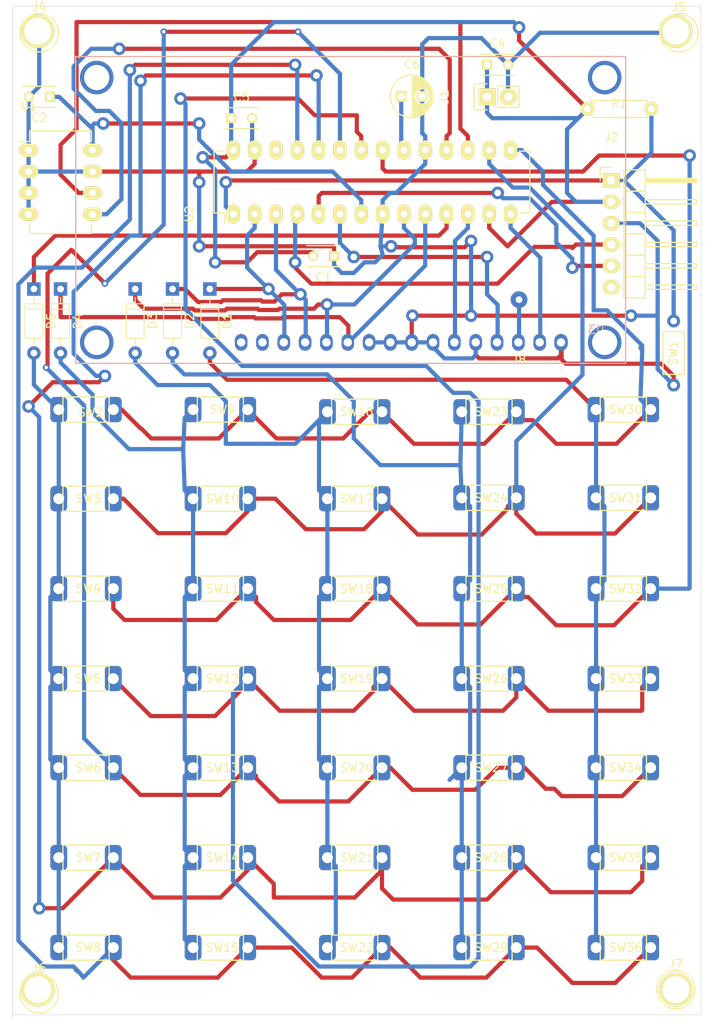
<source format=kicad_pcb>
(kicad_pcb (version 20171130) (host pcbnew "(5.1.5)-3")

  (general
    (thickness 1.6)
    (drawings 6)
    (tracks 614)
    (zones 0)
    (modules 57)
    (nets 31)
  )

  (page A4)
  (layers
    (0 F.Cu signal)
    (31 B.Cu signal)
    (32 B.Adhes user)
    (33 F.Adhes user)
    (34 B.Paste user)
    (35 F.Paste user)
    (36 B.SilkS user)
    (37 F.SilkS user)
    (38 B.Mask user)
    (39 F.Mask user)
    (40 Dwgs.User user)
    (41 Cmts.User user)
    (42 Eco1.User user)
    (43 Eco2.User user)
    (44 Edge.Cuts user)
    (45 Margin user)
    (46 B.CrtYd user)
    (47 F.CrtYd user)
    (48 B.Fab user)
    (49 F.Fab user)
  )

  (setup
    (last_trace_width 0.5)
    (user_trace_width 0.5)
    (trace_clearance 0.5)
    (zone_clearance 0.508)
    (zone_45_only no)
    (trace_min 0.2)
    (via_size 0.8)
    (via_drill 0.4)
    (via_min_size 0.4)
    (via_min_drill 0.3)
    (user_via 1.5 0.8)
    (uvia_size 0.3)
    (uvia_drill 0.1)
    (uvias_allowed no)
    (uvia_min_size 0.2)
    (uvia_min_drill 0.1)
    (edge_width 0.05)
    (segment_width 0.2)
    (pcb_text_width 0.3)
    (pcb_text_size 1.5 1.5)
    (mod_edge_width 0.12)
    (mod_text_size 1 1)
    (mod_text_width 0.15)
    (pad_size 1.651 1.651)
    (pad_drill 0.8)
    (pad_to_mask_clearance 0.051)
    (solder_mask_min_width 0.25)
    (aux_axis_origin 0 0)
    (visible_elements 7FFFFFFF)
    (pcbplotparams
      (layerselection 0x010fc_ffffffff)
      (usegerberextensions false)
      (usegerberattributes false)
      (usegerberadvancedattributes false)
      (creategerberjobfile false)
      (excludeedgelayer true)
      (linewidth 0.100000)
      (plotframeref false)
      (viasonmask false)
      (mode 1)
      (useauxorigin false)
      (hpglpennumber 1)
      (hpglpenspeed 20)
      (hpglpendiameter 15.000000)
      (psnegative false)
      (psa4output false)
      (plotreference true)
      (plotvalue true)
      (plotinvisibletext false)
      (padsonsilk false)
      (subtractmaskfromsilk false)
      (outputformat 1)
      (mirror false)
      (drillshape 0)
      (scaleselection 1)
      (outputdirectory "fab/"))
  )

  (net 0 "")
  (net 1 GND)
  (net 2 VCC)
  (net 3 EEPROMON)
  (net 4 "Net-(C6-Pad1)")
  (net 5 MCLR)
  (net 6 PGD)
  (net 7 PGC)
  (net 8 "Net-(D1-Pad2)")
  (net 9 "Net-(D2-Pad2)")
  (net 10 "Net-(D3-Pad2)")
  (net 11 "Net-(D4-Pad2)")
  (net 12 "Net-(D5-Pad2)")
  (net 13 KBD_raw1)
  (net 14 KBD_raw2)
  (net 15 KBD_raw3)
  (net 16 KBD_raw4)
  (net 17 KBD_raw5)
  (net 18 KBD_raw6)
  (net 19 KBD_raw7)
  (net 20 SDA)
  (net 21 SCL)
  (net 22 AFF_DB0)
  (net 23 AFF_DB1)
  (net 24 AFF_RS)
  (net 25 AFF_DB2)
  (net 26 AFF_DB3)
  (net 27 KBD_col1)
  (net 28 AFF_E)
  (net 29 LCDON)
  (net 30 "Net-(J8-Pad1)")

  (net_class Default "Ceci est la Netclass par défaut."
    (clearance 0.5)
    (trace_width 0.25)
    (via_dia 0.8)
    (via_drill 0.4)
    (uvia_dia 0.3)
    (uvia_drill 0.1)
    (add_net AFF_DB0)
    (add_net AFF_DB1)
    (add_net AFF_DB2)
    (add_net AFF_DB3)
    (add_net AFF_E)
    (add_net AFF_RS)
    (add_net EEPROMON)
    (add_net GND)
    (add_net KBD_col1)
    (add_net KBD_raw1)
    (add_net KBD_raw2)
    (add_net KBD_raw3)
    (add_net KBD_raw4)
    (add_net KBD_raw5)
    (add_net KBD_raw6)
    (add_net KBD_raw7)
    (add_net LCDON)
    (add_net MCLR)
    (add_net "Net-(C6-Pad1)")
    (add_net "Net-(D1-Pad2)")
    (add_net "Net-(D2-Pad2)")
    (add_net "Net-(D3-Pad2)")
    (add_net "Net-(D4-Pad2)")
    (add_net "Net-(D5-Pad2)")
    (add_net "Net-(J8-Pad1)")
    (add_net PGC)
    (add_net PGD)
    (add_net SCL)
    (add_net SDA)
    (add_net VCC)
  )

  (module Pin_Headers:Pin_Header_Straight_1x02 (layer F.Cu) (tedit 5E1DD4B7) (tstamp 5E15F683)
    (at 56.515 10.795 90)
    (descr "Through hole pin header")
    (tags "pin header")
    (path /5E0A0788)
    (fp_text reference J1 (at 0 -5.1 90) (layer F.SilkS)
      (effects (font (size 1 1) (thickness 0.15)))
    )
    (fp_text value Conn_01x02_Male (at 0 -3.1 90) (layer F.Fab)
      (effects (font (size 1 1) (thickness 0.15)))
    )
    (fp_line (start 1.27 1.27) (end 1.27 3.81) (layer F.SilkS) (width 0.15))
    (fp_line (start 1.55 -1.55) (end 1.55 0) (layer F.SilkS) (width 0.15))
    (fp_line (start -1.75 -1.75) (end -1.75 4.3) (layer F.CrtYd) (width 0.05))
    (fp_line (start 1.75 -1.75) (end 1.75 4.3) (layer F.CrtYd) (width 0.05))
    (fp_line (start -1.75 -1.75) (end 1.75 -1.75) (layer F.CrtYd) (width 0.05))
    (fp_line (start -1.75 4.3) (end 1.75 4.3) (layer F.CrtYd) (width 0.05))
    (fp_line (start 1.27 1.27) (end -1.27 1.27) (layer F.SilkS) (width 0.15))
    (fp_line (start -1.55 0) (end -1.55 -1.55) (layer F.SilkS) (width 0.15))
    (fp_line (start -1.55 -1.55) (end 1.55 -1.55) (layer F.SilkS) (width 0.15))
    (fp_line (start -1.27 1.27) (end -1.27 3.81) (layer F.SilkS) (width 0.15))
    (fp_line (start -1.27 3.81) (end 1.27 3.81) (layer F.SilkS) (width 0.15))
    (pad 1 thru_hole rect (at 0 0 90) (size 2.032 2.032) (drill 1) (layers *.Cu *.Mask F.SilkS)
      (net 2 VCC))
    (pad 2 thru_hole oval (at 0 2.54 90) (size 2.032 2.032) (drill 1) (layers *.Cu *.Mask F.SilkS)
      (net 1 GND))
    (model Pin_Headers.3dshapes/Pin_Header_Straight_1x02.wrl
      (offset (xyz 0 -1.269999980926514 0))
      (scale (xyz 1 1 1))
      (rotate (xyz 0 0 90))
    )
  )

  (module calculatrice:LCD16 locked (layer B.Cu) (tedit 5E1C9019) (tstamp 5E1B869A)
    (at 73.025 40.005 180)
    (path /5E09D89C)
    (fp_text reference U3 (at 3.5 1.5 180) (layer B.SilkS)
      (effects (font (size 1 1) (thickness 0.15)) (justify mirror))
    )
    (fp_text value LCD-016N002L (at 55 32.5) (layer B.Fab)
      (effects (font (size 1 1) (thickness 0.15)) (justify mirror))
    )
    (fp_line (start 6.85 1.25) (end 46.65 1.25) (layer B.CrtYd) (width 0.05))
    (fp_line (start 46.65 1.25) (end 46.65 -1.25) (layer B.CrtYd) (width 0.05))
    (fp_line (start 46.65 -1.25) (end 6.85 -1.25) (layer B.CrtYd) (width 0.05))
    (fp_line (start 6.85 -1.25) (end 6.85 1.25) (layer B.CrtYd) (width 0.05))
    (fp_line (start 0 -2.5) (end 0 34) (layer B.SilkS) (width 0.15))
    (fp_line (start 0 34) (end 65.5 34) (layer B.SilkS) (width 0.15))
    (fp_line (start 65.5 34) (end 65.5 -2.5) (layer B.SilkS) (width 0.15))
    (fp_line (start 65.5 -2.5) (end 0 -2.5) (layer B.SilkS) (width 0.15))
    (pad 1 thru_hole oval (at 7.7 0 180) (size 1.6 2) (drill 1) (layers *.Cu *.Mask)
      (net 1 GND))
    (pad 2 thru_hole oval (at 10.24 0 180) (size 1.5 2) (drill 1) (layers *.Cu *.Mask)
      (net 29 LCDON))
    (pad 3 thru_hole oval (at 12.78 0 180) (size 1.5 2) (drill 1) (layers *.Cu *.Mask)
      (net 30 "Net-(J8-Pad1)"))
    (pad 4 thru_hole oval (at 15.32 0 180) (size 1.5 2) (drill 1) (layers *.Cu *.Mask)
      (net 24 AFF_RS))
    (pad 5 thru_hole oval (at 17.86 0 180) (size 1.5 2) (drill 1) (layers *.Cu *.Mask)
      (net 1 GND))
    (pad 6 thru_hole oval (at 20.4 0 180) (size 1.5 2) (drill 1) (layers *.Cu *.Mask)
      (net 28 AFF_E))
    (pad 7 thru_hole oval (at 22.94 0 180) (size 1.5 2) (drill 1) (layers *.Cu *.Mask)
      (net 1 GND))
    (pad 8 thru_hole oval (at 25.48 0 180) (size 1.5 2) (drill 1) (layers *.Cu *.Mask)
      (net 1 GND))
    (pad 9 thru_hole oval (at 28.02 0 180) (size 1.5 2) (drill 1) (layers *.Cu *.Mask)
      (net 1 GND))
    (pad 10 thru_hole oval (at 30.56 0 180) (size 1.5 2) (drill 1) (layers *.Cu *.Mask)
      (net 1 GND))
    (pad 11 thru_hole oval (at 33.1 0 180) (size 1.5 2) (drill 1) (layers *.Cu *.Mask)
      (net 22 AFF_DB0))
    (pad 12 thru_hole oval (at 35.64 0 180) (size 1.5 2) (drill 1) (layers *.Cu *.Mask)
      (net 23 AFF_DB1))
    (pad 13 thru_hole oval (at 38.18 0 180) (size 1.5 2) (drill 1) (layers *.Cu *.Mask)
      (net 25 AFF_DB2))
    (pad 14 thru_hole oval (at 40.72 0 180) (size 1.5 2) (drill 1) (layers *.Cu *.Mask)
      (net 26 AFF_DB3))
    (pad 15 thru_hole oval (at 43.26 0 180) (size 1.5 2) (drill 1) (layers *.Cu *.Mask))
    (pad 16 thru_hole oval (at 45.8 0 180) (size 1.5 2) (drill 1) (layers *.Cu *.Mask))
    (pad 17 thru_hole circle (at 2.5 0 180) (size 4 4) (drill 3) (layers *.Cu *.Mask))
    (pad 18 thru_hole circle (at 2.5 31.5 180) (size 4 4) (drill 3) (layers *.Cu *.Mask))
    (pad 19 thru_hole circle (at 63 31.5 180) (size 4 4) (drill 3) (layers *.Cu *.Mask))
    (pad 20 thru_hole circle (at 63 0 180) (size 4 4) (drill 3) (layers *.Cu *.Mask))
  )

  (module Housings_DIP:DIP-28_W7.62mm_LongPads (layer F.Cu) (tedit 54130A77) (tstamp 5E15F75A)
    (at 26.295 24.745 90)
    (descr "28-lead dip package, row spacing 7.62 mm (300 mils), longer pads")
    (tags "dil dip 2.54 300")
    (path /5E0A672A)
    (fp_text reference U2 (at 0 -5.22 90) (layer F.SilkS)
      (effects (font (size 1 1) (thickness 0.15)))
    )
    (fp_text value pic24FJ64GA002 (at 0 -3.72 90) (layer F.Fab)
      (effects (font (size 1 1) (thickness 0.15)))
    )
    (fp_line (start -1.4 -2.45) (end -1.4 35.5) (layer F.CrtYd) (width 0.05))
    (fp_line (start 9 -2.45) (end 9 35.5) (layer F.CrtYd) (width 0.05))
    (fp_line (start -1.4 -2.45) (end 9 -2.45) (layer F.CrtYd) (width 0.05))
    (fp_line (start -1.4 35.5) (end 9 35.5) (layer F.CrtYd) (width 0.05))
    (fp_line (start 0.135 -2.295) (end 0.135 -1.025) (layer F.SilkS) (width 0.15))
    (fp_line (start 7.485 -2.295) (end 7.485 -1.025) (layer F.SilkS) (width 0.15))
    (fp_line (start 7.485 35.315) (end 7.485 34.045) (layer F.SilkS) (width 0.15))
    (fp_line (start 0.135 35.315) (end 0.135 34.045) (layer F.SilkS) (width 0.15))
    (fp_line (start 0.135 -2.295) (end 7.485 -2.295) (layer F.SilkS) (width 0.15))
    (fp_line (start 0.135 35.315) (end 7.485 35.315) (layer F.SilkS) (width 0.15))
    (fp_line (start 0.135 -1.025) (end -1.15 -1.025) (layer F.SilkS) (width 0.15))
    (pad 1 thru_hole oval (at 0 0 90) (size 2.3 1.6) (drill 0.8) (layers *.Cu *.Mask F.SilkS)
      (net 5 MCLR))
    (pad 2 thru_hole oval (at 0 2.54 90) (size 2.3 1.6) (drill 0.8) (layers *.Cu *.Mask F.SilkS)
      (net 26 AFF_DB3))
    (pad 3 thru_hole oval (at 0 5.08 90) (size 2.3 1.6) (drill 0.8) (layers *.Cu *.Mask F.SilkS)
      (net 25 AFF_DB2))
    (pad 4 thru_hole oval (at 0 7.62 90) (size 2.3 1.6) (drill 0.8) (layers *.Cu *.Mask F.SilkS)
      (net 6 PGD))
    (pad 5 thru_hole oval (at 0 10.16 90) (size 2.3 1.6) (drill 0.8) (layers *.Cu *.Mask F.SilkS)
      (net 7 PGC))
    (pad 6 thru_hole oval (at 0 12.7 90) (size 2.3 1.6) (drill 0.8) (layers *.Cu *.Mask F.SilkS)
      (net 24 AFF_RS))
    (pad 7 thru_hole oval (at 0 15.24 90) (size 2.3 1.6) (drill 0.8) (layers *.Cu *.Mask F.SilkS)
      (net 3 EEPROMON))
    (pad 8 thru_hole oval (at 0 17.78 90) (size 2.3 1.6) (drill 0.8) (layers *.Cu *.Mask F.SilkS)
      (net 1 GND))
    (pad 9 thru_hole oval (at 0 20.32 90) (size 2.3 1.6) (drill 0.8) (layers *.Cu *.Mask F.SilkS)
      (net 23 AFF_DB1))
    (pad 10 thru_hole oval (at 0 22.86 90) (size 2.3 1.6) (drill 0.8) (layers *.Cu *.Mask F.SilkS)
      (net 22 AFF_DB0))
    (pad 11 thru_hole oval (at 0 25.4 90) (size 2.3 1.6) (drill 0.8) (layers *.Cu *.Mask F.SilkS)
      (net 27 KBD_col1))
    (pad 12 thru_hole oval (at 0 27.94 90) (size 2.3 1.6) (drill 0.8) (layers *.Cu *.Mask F.SilkS)
      (net 28 AFF_E))
    (pad 13 thru_hole oval (at 0 30.48 90) (size 2.3 1.6) (drill 0.8) (layers *.Cu *.Mask F.SilkS)
      (net 2 VCC))
    (pad 14 thru_hole oval (at 0 33.02 90) (size 2.3 1.6) (drill 0.8) (layers *.Cu *.Mask F.SilkS)
      (net 29 LCDON))
    (pad 15 thru_hole oval (at 7.62 33.02 90) (size 2.3 1.6) (drill 0.8) (layers *.Cu *.Mask F.SilkS)
      (net 13 KBD_raw1))
    (pad 16 thru_hole oval (at 7.62 30.48 90) (size 2.3 1.6) (drill 0.8) (layers *.Cu *.Mask F.SilkS)
      (net 14 KBD_raw2))
    (pad 17 thru_hole oval (at 7.62 27.94 90) (size 2.3 1.6) (drill 0.8) (layers *.Cu *.Mask F.SilkS)
      (net 21 SCL))
    (pad 18 thru_hole oval (at 7.62 25.4 90) (size 2.3 1.6) (drill 0.8) (layers *.Cu *.Mask F.SilkS)
      (net 20 SDA))
    (pad 19 thru_hole oval (at 7.62 22.86 90) (size 2.3 1.6) (drill 0.8) (layers *.Cu *.Mask F.SilkS)
      (net 1 GND))
    (pad 20 thru_hole oval (at 7.62 20.32 90) (size 2.3 1.6) (drill 0.8) (layers *.Cu *.Mask F.SilkS)
      (net 4 "Net-(C6-Pad1)"))
    (pad 21 thru_hole oval (at 7.62 17.78 90) (size 2.3 1.6) (drill 0.8) (layers *.Cu *.Mask F.SilkS)
      (net 15 KBD_raw3))
    (pad 22 thru_hole oval (at 7.62 15.24 90) (size 2.3 1.6) (drill 0.8) (layers *.Cu *.Mask F.SilkS)
      (net 16 KBD_raw4))
    (pad 23 thru_hole oval (at 7.62 12.7 90) (size 2.3 1.6) (drill 0.8) (layers *.Cu *.Mask F.SilkS)
      (net 17 KBD_raw5))
    (pad 24 thru_hole oval (at 7.62 10.16 90) (size 2.3 1.6) (drill 0.8) (layers *.Cu *.Mask F.SilkS)
      (net 18 KBD_raw6))
    (pad 25 thru_hole oval (at 7.62 7.62 90) (size 2.3 1.6) (drill 0.8) (layers *.Cu *.Mask F.SilkS)
      (net 19 KBD_raw7))
    (pad 26 thru_hole oval (at 7.62 5.08 90) (size 2.3 1.6) (drill 0.8) (layers *.Cu *.Mask F.SilkS))
    (pad 27 thru_hole oval (at 7.62 2.54 90) (size 2.3 1.6) (drill 0.8) (layers *.Cu *.Mask F.SilkS)
      (net 1 GND))
    (pad 28 thru_hole oval (at 7.62 0 90) (size 2.3 1.6) (drill 0.8) (layers *.Cu *.Mask F.SilkS)
      (net 2 VCC))
    (model Housings_DIP.3dshapes/DIP-28_W7.62mm_LongPads.wrl
      (at (xyz 0 0 0))
      (scale (xyz 1 1 1))
      (rotate (xyz 0 0 0))
    )
  )

  (module Capacitors_ThroughHole:C_Rect_L4_W2.5_P2.5 (layer F.Cu) (tedit 0) (tstamp 5E15F63E)
    (at 56.515 6.985)
    (descr "Film Capacitor Length 4mm x Width 2.5mm, Pitch 2.5mm")
    (tags Capacitor)
    (path /5E0A36B9)
    (fp_text reference C4 (at 1.25 -2.5) (layer F.SilkS)
      (effects (font (size 1 1) (thickness 0.15)))
    )
    (fp_text value CP (at 1.25 2.5) (layer F.Fab)
      (effects (font (size 1 1) (thickness 0.15)))
    )
    (fp_line (start -0.75 1.25) (end 3.25 1.25) (layer F.SilkS) (width 0.15))
    (fp_line (start -0.75 -1.25) (end 3.25 -1.25) (layer F.SilkS) (width 0.15))
    (fp_line (start -1 1.5) (end -1 -1.5) (layer F.CrtYd) (width 0.05))
    (fp_line (start 3.5 1.5) (end -1 1.5) (layer F.CrtYd) (width 0.05))
    (fp_line (start 3.5 -1.5) (end 3.5 1.5) (layer F.CrtYd) (width 0.05))
    (fp_line (start -1 -1.5) (end 3.5 -1.5) (layer F.CrtYd) (width 0.05))
    (pad 2 thru_hole circle (at 2.5 0) (size 1.2 1.2) (drill 0.7) (layers *.Cu *.Mask F.SilkS)
      (net 1 GND))
    (pad 1 thru_hole rect (at 0 0) (size 1.2 1.2) (drill 0.7) (layers *.Cu *.Mask F.SilkS)
      (net 2 VCC))
  )

  (module Connect:1pin (layer F.Cu) (tedit 5E1DD3A1) (tstamp 5E16EE6A)
    (at 3.175 117.475)
    (descr "module 1 pin (ou trou mecanique de percage)")
    (tags DEV)
    (path /5E179E0B)
    (fp_text reference J6 (at 0 -3.048) (layer F.SilkS)
      (effects (font (size 1 1) (thickness 0.15)))
    )
    (fp_text value Conn_01x01 (at 0 2.794) (layer F.Fab)
      (effects (font (size 1 1) (thickness 0.15)))
    )
    (fp_circle (center 0 0) (end 0 -2.286) (layer F.SilkS) (width 0.15))
    (pad 1 thru_hole circle (at -0.175 -0.475) (size 4.064 4.064) (drill 3.2) (layers *.Cu *.Mask F.SilkS)
      (net 1 GND))
  )

  (module Connect:1pin (layer F.Cu) (tedit 5E1AE946) (tstamp 5E1AE720)
    (at 60.325 43.815)
    (descr "module 1 pin (ou trou mecanique de percage)")
    (tags DEV)
    (path /5E48058F)
    (fp_text reference J8 (at 0 -1.75) (layer F.SilkS)
      (effects (font (size 1 1) (thickness 0.15)))
    )
    (fp_text value Conn_01x01 (at 0.25 1.75) (layer F.Fab)
      (effects (font (size 1 1) (thickness 0.15)))
    )
    (pad 1 thru_hole circle (at 0 -8.89) (size 2 2) (drill 0.8) (layers *.Cu *.Mask)
      (net 30 "Net-(J8-Pad1)"))
  )

  (module Buttons_Switches_ThroughHole:SW_PUSH-12mm (layer F.Cu) (tedit 5E1DD67F) (tstamp 5E15F718)
    (at 78.74 41.275 270)
    (path /5E175C80)
    (fp_text reference SW1 (at 0 0 90) (layer F.SilkS)
      (effects (font (size 1 1) (thickness 0.15)))
    )
    (fp_text value SW_ON (at 0 2.54 90) (layer F.Fab)
      (effects (font (size 1 1) (thickness 0.15)))
    )
    (fp_line (start -2.54 -1.27) (end -2.54 1.27) (layer F.SilkS) (width 0.15))
    (fp_line (start 2.54 1.27) (end 2.54 -1.27) (layer F.SilkS) (width 0.15))
    (fp_line (start -2.54 -1.27) (end 2.54 -1.27) (layer F.SilkS) (width 0.15))
    (fp_line (start -2.54 1.27) (end 2.54 1.27) (layer F.SilkS) (width 0.15))
    (pad 1 thru_hole circle (at -3.81 0 270) (size 1.524 1.524) (drill 0.8) (layers *.Cu *.Mask)
      (net 5 MCLR))
    (pad 2 thru_hole circle (at 3.81 0 270) (size 1.524 1.524) (drill 0.8) (layers *.Cu *.Mask)
      (net 1 GND))
    (model Buttons_Switches_ThroughHole.3dshapes/SW_PUSH-12mm.wrl
      (at (xyz 0 0 0))
      (scale (xyz 4 4 4))
      (rotate (xyz 0 0 0))
    )
  )

  (module Housings_DIP:DIP-8_W7.62mm_LongPads locked (layer F.Cu) (tedit 54130A77) (tstamp 5E15F72F)
    (at 1.905 17.145)
    (descr "8-lead dip package, row spacing 7.62 mm (300 mils), longer pads")
    (tags "dil dip 2.54 300")
    (path /5E12528D)
    (fp_text reference U1 (at 0 -5.22) (layer F.SilkS)
      (effects (font (size 1 1) (thickness 0.15)))
    )
    (fp_text value 24LC64 (at 0 -3.72) (layer F.Fab)
      (effects (font (size 1 1) (thickness 0.15)))
    )
    (fp_line (start -1.4 -2.45) (end -1.4 10.1) (layer F.CrtYd) (width 0.05))
    (fp_line (start 9 -2.45) (end 9 10.1) (layer F.CrtYd) (width 0.05))
    (fp_line (start -1.4 -2.45) (end 9 -2.45) (layer F.CrtYd) (width 0.05))
    (fp_line (start -1.4 10.1) (end 9 10.1) (layer F.CrtYd) (width 0.05))
    (fp_line (start 0.135 -2.295) (end 0.135 -1.025) (layer F.SilkS) (width 0.15))
    (fp_line (start 7.485 -2.295) (end 7.485 -1.025) (layer F.SilkS) (width 0.15))
    (fp_line (start 7.485 9.915) (end 7.485 8.645) (layer F.SilkS) (width 0.15))
    (fp_line (start 0.135 9.915) (end 0.135 8.645) (layer F.SilkS) (width 0.15))
    (fp_line (start 0.135 -2.295) (end 7.485 -2.295) (layer F.SilkS) (width 0.15))
    (fp_line (start 0.135 9.915) (end 7.485 9.915) (layer F.SilkS) (width 0.15))
    (fp_line (start 0.135 -1.025) (end -1.15 -1.025) (layer F.SilkS) (width 0.15))
    (pad 1 thru_hole oval (at 0 0) (size 2.3 1.6) (drill 0.8) (layers *.Cu *.Mask F.SilkS)
      (net 1 GND))
    (pad 2 thru_hole oval (at 0 2.54) (size 2.3 1.6) (drill 0.8) (layers *.Cu *.Mask F.SilkS)
      (net 1 GND))
    (pad 3 thru_hole oval (at 0 5.08) (size 2.3 1.6) (drill 0.8) (layers *.Cu *.Mask F.SilkS)
      (net 1 GND))
    (pad 4 thru_hole oval (at 0 7.62) (size 2.3 1.6) (drill 0.8) (layers *.Cu *.Mask F.SilkS)
      (net 1 GND))
    (pad 5 thru_hole oval (at 7.62 7.62) (size 2.3 1.6) (drill 0.8) (layers *.Cu *.Mask F.SilkS)
      (net 20 SDA))
    (pad 6 thru_hole oval (at 7.62 5.08) (size 2.3 1.6) (drill 0.8) (layers *.Cu *.Mask F.SilkS)
      (net 21 SCL))
    (pad 7 thru_hole oval (at 7.62 2.54) (size 2.3 1.6) (drill 0.8) (layers *.Cu *.Mask F.SilkS)
      (net 1 GND))
    (pad 8 thru_hole oval (at 7.62 0) (size 2.3 1.6) (drill 0.8) (layers *.Cu *.Mask F.SilkS)
      (net 3 EEPROMON))
    (model Housings_DIP.3dshapes/DIP-8_W7.62mm_LongPads.wrl
      (at (xyz 0 0 0))
      (scale (xyz 1 1 1))
      (rotate (xyz 0 0 0))
    )
  )

  (module Capacitors_ThroughHole:C_Rect_L4_W2.5_P2.5 (layer F.Cu) (tedit 0) (tstamp 5E15F626)
    (at 38.295 29.745 180)
    (descr "Film Capacitor Length 4mm x Width 2.5mm, Pitch 2.5mm")
    (tags Capacitor)
    (path /5E0B1F4A)
    (fp_text reference C1 (at 1.25 -2.5) (layer F.SilkS)
      (effects (font (size 1 1) (thickness 0.15)))
    )
    (fp_text value C (at 1.25 2.5) (layer F.Fab)
      (effects (font (size 1 1) (thickness 0.15)))
    )
    (fp_line (start -1 -1.5) (end 3.5 -1.5) (layer F.CrtYd) (width 0.05))
    (fp_line (start 3.5 -1.5) (end 3.5 1.5) (layer F.CrtYd) (width 0.05))
    (fp_line (start 3.5 1.5) (end -1 1.5) (layer F.CrtYd) (width 0.05))
    (fp_line (start -1 1.5) (end -1 -1.5) (layer F.CrtYd) (width 0.05))
    (fp_line (start -0.75 -1.25) (end 3.25 -1.25) (layer F.SilkS) (width 0.15))
    (fp_line (start -0.75 1.25) (end 3.25 1.25) (layer F.SilkS) (width 0.15))
    (pad 1 thru_hole rect (at 0 0 180) (size 1.2 1.2) (drill 0.7) (layers *.Cu *.Mask F.SilkS)
      (net 1 GND))
    (pad 2 thru_hole circle (at 2.5 0 180) (size 1.2 1.2) (drill 0.7) (layers *.Cu *.Mask F.SilkS)
      (net 2 VCC))
  )

  (module Capacitors_ThroughHole:C_Rect_L4_W2.5_P2.5 (layer F.Cu) (tedit 0) (tstamp 5E15F632)
    (at 4.445 10.795 180)
    (descr "Film Capacitor Length 4mm x Width 2.5mm, Pitch 2.5mm")
    (tags Capacitor)
    (path /5E149DC3)
    (fp_text reference C2 (at 1.25 -2.5) (layer F.SilkS)
      (effects (font (size 1 1) (thickness 0.15)))
    )
    (fp_text value C (at 1.25 2.5) (layer F.Fab)
      (effects (font (size 1 1) (thickness 0.15)))
    )
    (fp_line (start -0.75 1.25) (end 3.25 1.25) (layer F.SilkS) (width 0.15))
    (fp_line (start -0.75 -1.25) (end 3.25 -1.25) (layer F.SilkS) (width 0.15))
    (fp_line (start -1 1.5) (end -1 -1.5) (layer F.CrtYd) (width 0.05))
    (fp_line (start 3.5 1.5) (end -1 1.5) (layer F.CrtYd) (width 0.05))
    (fp_line (start 3.5 -1.5) (end 3.5 1.5) (layer F.CrtYd) (width 0.05))
    (fp_line (start -1 -1.5) (end 3.5 -1.5) (layer F.CrtYd) (width 0.05))
    (pad 2 thru_hole circle (at 2.5 0 180) (size 1.2 1.2) (drill 0.7) (layers *.Cu *.Mask F.SilkS)
      (net 1 GND))
    (pad 1 thru_hole rect (at 0 0 180) (size 1.2 1.2) (drill 0.7) (layers *.Cu *.Mask F.SilkS)
      (net 3 EEPROMON))
  )

  (module Capacitors_ThroughHole:C_Rect_L4_W2.5_P2.5 (layer F.Cu) (tedit 0) (tstamp 5E15F64A)
    (at 26.035 13.335)
    (descr "Film Capacitor Length 4mm x Width 2.5mm, Pitch 2.5mm")
    (tags Capacitor)
    (path /5E0B8FD5)
    (fp_text reference C5 (at 1.25 -2.5) (layer F.SilkS)
      (effects (font (size 1 1) (thickness 0.15)))
    )
    (fp_text value C (at 1.25 2.5) (layer F.Fab)
      (effects (font (size 1 1) (thickness 0.15)))
    )
    (fp_line (start -1 -1.5) (end 3.5 -1.5) (layer F.CrtYd) (width 0.05))
    (fp_line (start 3.5 -1.5) (end 3.5 1.5) (layer F.CrtYd) (width 0.05))
    (fp_line (start 3.5 1.5) (end -1 1.5) (layer F.CrtYd) (width 0.05))
    (fp_line (start -1 1.5) (end -1 -1.5) (layer F.CrtYd) (width 0.05))
    (fp_line (start -0.75 -1.25) (end 3.25 -1.25) (layer F.SilkS) (width 0.15))
    (fp_line (start -0.75 1.25) (end 3.25 1.25) (layer F.SilkS) (width 0.15))
    (pad 1 thru_hole rect (at 0 0) (size 1.2 1.2) (drill 0.7) (layers *.Cu *.Mask F.SilkS)
      (net 2 VCC))
    (pad 2 thru_hole circle (at 2.5 0) (size 1.2 1.2) (drill 0.7) (layers *.Cu *.Mask F.SilkS)
      (net 1 GND))
  )

  (module Capacitors_ThroughHole:C_Radial_D5_L6_P2.5 (layer F.Cu) (tedit 0) (tstamp 5E15F672)
    (at 46.295 10.745)
    (descr "Radial Electrolytic Capacitor Diameter 5mm x Length 6mm, Pitch 2.5mm")
    (tags "Electrolytic Capacitor")
    (path /5E0B5F77)
    (fp_text reference C6 (at 1.25 -3.8) (layer F.SilkS)
      (effects (font (size 1 1) (thickness 0.15)))
    )
    (fp_text value CP (at 1.25 3.8) (layer F.Fab)
      (effects (font (size 1 1) (thickness 0.15)))
    )
    (fp_line (start 1.325 -2.499) (end 1.325 2.499) (layer F.SilkS) (width 0.15))
    (fp_line (start 1.465 -2.491) (end 1.465 2.491) (layer F.SilkS) (width 0.15))
    (fp_line (start 1.605 -2.475) (end 1.605 -0.095) (layer F.SilkS) (width 0.15))
    (fp_line (start 1.605 0.095) (end 1.605 2.475) (layer F.SilkS) (width 0.15))
    (fp_line (start 1.745 -2.451) (end 1.745 -0.49) (layer F.SilkS) (width 0.15))
    (fp_line (start 1.745 0.49) (end 1.745 2.451) (layer F.SilkS) (width 0.15))
    (fp_line (start 1.885 -2.418) (end 1.885 -0.657) (layer F.SilkS) (width 0.15))
    (fp_line (start 1.885 0.657) (end 1.885 2.418) (layer F.SilkS) (width 0.15))
    (fp_line (start 2.025 -2.377) (end 2.025 -0.764) (layer F.SilkS) (width 0.15))
    (fp_line (start 2.025 0.764) (end 2.025 2.377) (layer F.SilkS) (width 0.15))
    (fp_line (start 2.165 -2.327) (end 2.165 -0.835) (layer F.SilkS) (width 0.15))
    (fp_line (start 2.165 0.835) (end 2.165 2.327) (layer F.SilkS) (width 0.15))
    (fp_line (start 2.305 -2.266) (end 2.305 -0.879) (layer F.SilkS) (width 0.15))
    (fp_line (start 2.305 0.879) (end 2.305 2.266) (layer F.SilkS) (width 0.15))
    (fp_line (start 2.445 -2.196) (end 2.445 -0.898) (layer F.SilkS) (width 0.15))
    (fp_line (start 2.445 0.898) (end 2.445 2.196) (layer F.SilkS) (width 0.15))
    (fp_line (start 2.585 -2.114) (end 2.585 -0.896) (layer F.SilkS) (width 0.15))
    (fp_line (start 2.585 0.896) (end 2.585 2.114) (layer F.SilkS) (width 0.15))
    (fp_line (start 2.725 -2.019) (end 2.725 -0.871) (layer F.SilkS) (width 0.15))
    (fp_line (start 2.725 0.871) (end 2.725 2.019) (layer F.SilkS) (width 0.15))
    (fp_line (start 2.865 -1.908) (end 2.865 -0.823) (layer F.SilkS) (width 0.15))
    (fp_line (start 2.865 0.823) (end 2.865 1.908) (layer F.SilkS) (width 0.15))
    (fp_line (start 3.005 -1.78) (end 3.005 -0.745) (layer F.SilkS) (width 0.15))
    (fp_line (start 3.005 0.745) (end 3.005 1.78) (layer F.SilkS) (width 0.15))
    (fp_line (start 3.145 -1.631) (end 3.145 -0.628) (layer F.SilkS) (width 0.15))
    (fp_line (start 3.145 0.628) (end 3.145 1.631) (layer F.SilkS) (width 0.15))
    (fp_line (start 3.285 -1.452) (end 3.285 -0.44) (layer F.SilkS) (width 0.15))
    (fp_line (start 3.285 0.44) (end 3.285 1.452) (layer F.SilkS) (width 0.15))
    (fp_line (start 3.425 -1.233) (end 3.425 1.233) (layer F.SilkS) (width 0.15))
    (fp_line (start 3.565 -0.944) (end 3.565 0.944) (layer F.SilkS) (width 0.15))
    (fp_line (start 3.705 -0.472) (end 3.705 0.472) (layer F.SilkS) (width 0.15))
    (fp_circle (center 2.5 0) (end 2.5 -0.9) (layer F.SilkS) (width 0.15))
    (fp_circle (center 1.25 0) (end 1.25 -2.5375) (layer F.SilkS) (width 0.15))
    (fp_circle (center 1.25 0) (end 1.25 -2.8) (layer F.CrtYd) (width 0.05))
    (pad 1 thru_hole rect (at 0 0) (size 1.3 1.3) (drill 0.8) (layers *.Cu *.Mask F.SilkS)
      (net 4 "Net-(C6-Pad1)"))
    (pad 2 thru_hole circle (at 2.5 0) (size 1.3 1.3) (drill 0.8) (layers *.Cu *.Mask F.SilkS)
      (net 1 GND))
    (model Capacitors_ThroughHole.3dshapes/C_Radial_D5_L6_P2.5.wrl
      (offset (xyz 1.250000021226883 0 0))
      (scale (xyz 1 1 1))
      (rotate (xyz 0 0 90))
    )
  )

  (module Pin_Headers:Pin_Header_Angled_1x06 (layer F.Cu) (tedit 5E1DD52A) (tstamp 5E15F6CE)
    (at 71.295 20.745)
    (descr "Through hole pin header")
    (tags "pin header")
    (path /5E11A014)
    (fp_text reference J2 (at 0 -5.1) (layer F.SilkS)
      (effects (font (size 1 1) (thickness 0.15)))
    )
    (fp_text value Conn_01x06_MountingPin (at 0 -3.1) (layer F.Fab)
      (effects (font (size 1 1) (thickness 0.15)))
    )
    (fp_line (start -1.5 -1.75) (end -1.5 14.45) (layer F.CrtYd) (width 0.05))
    (fp_line (start 10.65 -1.75) (end 10.65 14.45) (layer F.CrtYd) (width 0.05))
    (fp_line (start -1.5 -1.75) (end 10.65 -1.75) (layer F.CrtYd) (width 0.05))
    (fp_line (start -1.5 14.45) (end 10.65 14.45) (layer F.CrtYd) (width 0.05))
    (fp_line (start -1.3 -1.55) (end -1.3 0) (layer F.SilkS) (width 0.15))
    (fp_line (start 0 -1.55) (end -1.3 -1.55) (layer F.SilkS) (width 0.15))
    (fp_line (start 4.191 -0.127) (end 10.033 -0.127) (layer F.SilkS) (width 0.15))
    (fp_line (start 10.033 -0.127) (end 10.033 0.127) (layer F.SilkS) (width 0.15))
    (fp_line (start 10.033 0.127) (end 4.191 0.127) (layer F.SilkS) (width 0.15))
    (fp_line (start 4.191 0.127) (end 4.191 0) (layer F.SilkS) (width 0.15))
    (fp_line (start 4.191 0) (end 10.033 0) (layer F.SilkS) (width 0.15))
    (fp_line (start 1.524 -0.254) (end 1.143 -0.254) (layer F.SilkS) (width 0.15))
    (fp_line (start 1.524 0.254) (end 1.143 0.254) (layer F.SilkS) (width 0.15))
    (fp_line (start 1.524 2.286) (end 1.143 2.286) (layer F.SilkS) (width 0.15))
    (fp_line (start 1.524 2.794) (end 1.143 2.794) (layer F.SilkS) (width 0.15))
    (fp_line (start 1.524 4.826) (end 1.143 4.826) (layer F.SilkS) (width 0.15))
    (fp_line (start 1.524 5.334) (end 1.143 5.334) (layer F.SilkS) (width 0.15))
    (fp_line (start 1.524 12.954) (end 1.143 12.954) (layer F.SilkS) (width 0.15))
    (fp_line (start 1.524 12.446) (end 1.143 12.446) (layer F.SilkS) (width 0.15))
    (fp_line (start 1.524 10.414) (end 1.143 10.414) (layer F.SilkS) (width 0.15))
    (fp_line (start 1.524 9.906) (end 1.143 9.906) (layer F.SilkS) (width 0.15))
    (fp_line (start 1.524 7.874) (end 1.143 7.874) (layer F.SilkS) (width 0.15))
    (fp_line (start 1.524 7.366) (end 1.143 7.366) (layer F.SilkS) (width 0.15))
    (fp_line (start 1.524 -1.27) (end 4.064 -1.27) (layer F.SilkS) (width 0.15))
    (fp_line (start 1.524 1.27) (end 4.064 1.27) (layer F.SilkS) (width 0.15))
    (fp_line (start 1.524 1.27) (end 1.524 3.81) (layer F.SilkS) (width 0.15))
    (fp_line (start 1.524 3.81) (end 4.064 3.81) (layer F.SilkS) (width 0.15))
    (fp_line (start 4.064 2.286) (end 10.16 2.286) (layer F.SilkS) (width 0.15))
    (fp_line (start 10.16 2.286) (end 10.16 2.794) (layer F.SilkS) (width 0.15))
    (fp_line (start 10.16 2.794) (end 4.064 2.794) (layer F.SilkS) (width 0.15))
    (fp_line (start 4.064 3.81) (end 4.064 1.27) (layer F.SilkS) (width 0.15))
    (fp_line (start 4.064 1.27) (end 4.064 -1.27) (layer F.SilkS) (width 0.15))
    (fp_line (start 10.16 0.254) (end 4.064 0.254) (layer F.SilkS) (width 0.15))
    (fp_line (start 10.16 -0.254) (end 10.16 0.254) (layer F.SilkS) (width 0.15))
    (fp_line (start 4.064 -0.254) (end 10.16 -0.254) (layer F.SilkS) (width 0.15))
    (fp_line (start 1.524 1.27) (end 4.064 1.27) (layer F.SilkS) (width 0.15))
    (fp_line (start 1.524 -1.27) (end 1.524 1.27) (layer F.SilkS) (width 0.15))
    (fp_line (start 1.524 8.89) (end 4.064 8.89) (layer F.SilkS) (width 0.15))
    (fp_line (start 1.524 8.89) (end 1.524 11.43) (layer F.SilkS) (width 0.15))
    (fp_line (start 1.524 11.43) (end 4.064 11.43) (layer F.SilkS) (width 0.15))
    (fp_line (start 4.064 9.906) (end 10.16 9.906) (layer F.SilkS) (width 0.15))
    (fp_line (start 10.16 9.906) (end 10.16 10.414) (layer F.SilkS) (width 0.15))
    (fp_line (start 10.16 10.414) (end 4.064 10.414) (layer F.SilkS) (width 0.15))
    (fp_line (start 4.064 11.43) (end 4.064 8.89) (layer F.SilkS) (width 0.15))
    (fp_line (start 4.064 13.97) (end 4.064 11.43) (layer F.SilkS) (width 0.15))
    (fp_line (start 10.16 12.954) (end 4.064 12.954) (layer F.SilkS) (width 0.15))
    (fp_line (start 10.16 12.446) (end 10.16 12.954) (layer F.SilkS) (width 0.15))
    (fp_line (start 4.064 12.446) (end 10.16 12.446) (layer F.SilkS) (width 0.15))
    (fp_line (start 1.524 13.97) (end 4.064 13.97) (layer F.SilkS) (width 0.15))
    (fp_line (start 1.524 11.43) (end 1.524 13.97) (layer F.SilkS) (width 0.15))
    (fp_line (start 1.524 11.43) (end 4.064 11.43) (layer F.SilkS) (width 0.15))
    (fp_line (start 1.524 6.35) (end 4.064 6.35) (layer F.SilkS) (width 0.15))
    (fp_line (start 1.524 6.35) (end 1.524 8.89) (layer F.SilkS) (width 0.15))
    (fp_line (start 1.524 8.89) (end 4.064 8.89) (layer F.SilkS) (width 0.15))
    (fp_line (start 4.064 7.366) (end 10.16 7.366) (layer F.SilkS) (width 0.15))
    (fp_line (start 10.16 7.366) (end 10.16 7.874) (layer F.SilkS) (width 0.15))
    (fp_line (start 10.16 7.874) (end 4.064 7.874) (layer F.SilkS) (width 0.15))
    (fp_line (start 4.064 8.89) (end 4.064 6.35) (layer F.SilkS) (width 0.15))
    (fp_line (start 4.064 6.35) (end 4.064 3.81) (layer F.SilkS) (width 0.15))
    (fp_line (start 10.16 5.334) (end 4.064 5.334) (layer F.SilkS) (width 0.15))
    (fp_line (start 10.16 4.826) (end 10.16 5.334) (layer F.SilkS) (width 0.15))
    (fp_line (start 4.064 4.826) (end 10.16 4.826) (layer F.SilkS) (width 0.15))
    (fp_line (start 1.524 6.35) (end 4.064 6.35) (layer F.SilkS) (width 0.15))
    (fp_line (start 1.524 3.81) (end 1.524 6.35) (layer F.SilkS) (width 0.15))
    (fp_line (start 1.524 3.81) (end 4.064 3.81) (layer F.SilkS) (width 0.15))
    (pad 1 thru_hole rect (at 0 0) (size 2.032 1.7272) (drill 1) (layers *.Cu *.Mask F.SilkS)
      (net 5 MCLR))
    (pad 2 thru_hole oval (at 0 2.54) (size 2.032 1.7272) (drill 1) (layers *.Cu *.Mask F.SilkS)
      (net 2 VCC))
    (pad 3 thru_hole oval (at 0 5.08) (size 2.032 1.7272) (drill 1) (layers *.Cu *.Mask F.SilkS)
      (net 1 GND))
    (pad 4 thru_hole oval (at 0 7.62) (size 2.032 1.7272) (drill 1) (layers *.Cu *.Mask F.SilkS)
      (net 6 PGD))
    (pad 5 thru_hole oval (at 0 10.16) (size 2.032 1.7272) (drill 1) (layers *.Cu *.Mask F.SilkS)
      (net 7 PGC))
    (pad 6 thru_hole oval (at 0 12.7) (size 2.032 1.7272) (drill 1) (layers *.Cu *.Mask F.SilkS))
    (model Pin_Headers.3dshapes/Pin_Header_Angled_1x06.wrl
      (offset (xyz 0 -6.349999904632568 0))
      (scale (xyz 1 1 1))
      (rotate (xyz 0 0 90))
    )
  )

  (module Discret:R3-LARGE_PADS (layer F.Cu) (tedit 5E1DD6C4) (tstamp 5E15F6F9)
    (at 72.285 12.241)
    (descr "Resitance 3 pas")
    (tags R)
    (path /5E0FD61B)
    (fp_text reference R1 (at 0 -0.635) (layer F.SilkS)
      (effects (font (size 1 1) (thickness 0.15)))
    )
    (fp_text value 4.7K (at -0.381 0 270) (layer F.Fab)
      (effects (font (size 1 1) (thickness 0.15)))
    )
    (fp_line (start -3.81 0) (end -3.302 0) (layer F.SilkS) (width 0.15))
    (fp_line (start 3.81 0) (end 3.302 0) (layer F.SilkS) (width 0.15))
    (fp_line (start 3.302 0) (end 3.302 -1.016) (layer F.SilkS) (width 0.15))
    (fp_line (start 3.302 -1.016) (end -3.302 -1.016) (layer F.SilkS) (width 0.15))
    (fp_line (start -3.302 -1.016) (end -3.302 1.016) (layer F.SilkS) (width 0.15))
    (fp_line (start -3.302 1.016) (end 3.302 1.016) (layer F.SilkS) (width 0.15))
    (fp_line (start 3.302 1.016) (end 3.302 0) (layer F.SilkS) (width 0.15))
    (fp_line (start -3.302 -0.508) (end -2.794 -1.016) (layer F.SilkS) (width 0.15))
    (pad 1 thru_hole circle (at -3.81 0) (size 1.651 1.651) (drill 0.8) (layers *.Cu *.Mask F.SilkS)
      (net 2 VCC))
    (pad 2 thru_hole circle (at 3.81 0) (size 1.651 1.651) (drill 0.8) (layers *.Cu *.Mask F.SilkS)
      (net 5 MCLR))
    (model Discret.3dshapes/R3-LARGE_PADS.wrl
      (at (xyz 0 0 0))
      (scale (xyz 0.3 0.3 0.3))
      (rotate (xyz 0 0 0))
    )
  )

  (module Connect:1pin (layer F.Cu) (tedit 5E1DD381) (tstamp 5E16EE5E)
    (at 3.175 3.175)
    (descr "module 1 pin (ou trou mecanique de percage)")
    (tags DEV)
    (path /5E1797FB)
    (fp_text reference J4 (at 0 -3.048) (layer F.SilkS)
      (effects (font (size 1 1) (thickness 0.15)))
    )
    (fp_text value Conn_01x01 (at 0 2.794) (layer F.Fab)
      (effects (font (size 1 1) (thickness 0.15)))
    )
    (fp_circle (center 0 0) (end 0 -2.286) (layer F.SilkS) (width 0.15))
    (pad 1 thru_hole circle (at -0.175 -0.175) (size 4 4) (drill 3.2) (layers *.Cu *.Mask F.SilkS)
      (net 1 GND))
  )

  (module Connect:1pin (layer F.Cu) (tedit 5E1DD34E) (tstamp 5E16EE64)
    (at 79.375 3.175)
    (descr "module 1 pin (ou trou mecanique de percage)")
    (tags DEV)
    (path /5E179BFC)
    (fp_text reference J5 (at 0 -3.048) (layer F.SilkS)
      (effects (font (size 1 1) (thickness 0.15)))
    )
    (fp_text value Conn_01x01 (at 0 2.794) (layer F.Fab)
      (effects (font (size 1 1) (thickness 0.15)))
    )
    (fp_circle (center 0 0) (end 0 -2.286) (layer F.SilkS) (width 0.15))
    (pad 1 thru_hole circle (at -0.375 -0.175) (size 4 4) (drill 3.2) (layers *.Cu *.Mask F.SilkS)
      (net 1 GND))
  )

  (module Connect:1pin (layer F.Cu) (tedit 5E1DD321) (tstamp 5E16EE70)
    (at 79 117)
    (descr "module 1 pin (ou trou mecanique de percage)")
    (tags DEV)
    (path /5E17A024)
    (fp_text reference J7 (at 0 -3.048) (layer F.SilkS)
      (effects (font (size 1 1) (thickness 0.15)))
    )
    (fp_text value Conn_01x01 (at 0 2.794) (layer F.Fab)
      (effects (font (size 1 1) (thickness 0.15)))
    )
    (fp_circle (center 0 0) (end 0 -2.286) (layer F.SilkS) (width 0.15))
    (pad 1 thru_hole circle (at 0 0) (size 4.064 4.064) (drill 3.2) (layers *.Cu *.Mask F.SilkS)
      (net 1 GND))
  )

  (module calculatrice:SW_PUSH-12mm locked (layer F.Cu) (tedit 5E1AE167) (tstamp 5E1AE72B)
    (at 9 48)
    (path /5E1ADCCA)
    (fp_text reference SW2 (at 0.31 0.329999) (layer F.SilkS)
      (effects (font (size 1 1) (thickness 0.15)))
    )
    (fp_text value SW_Push_45deg (at 0 2.54) (layer F.Fab)
      (effects (font (size 1 1) (thickness 0.15)))
    )
    (fp_line (start -3 0) (end -3 -1.5) (layer F.SilkS) (width 0.15))
    (fp_line (start -3 -1.5) (end 2.5 -1.5) (layer F.SilkS) (width 0.15))
    (fp_line (start 2.5 -1.5) (end 2.5 1.5) (layer F.SilkS) (width 0.15))
    (fp_line (start 2.5 1.5) (end -3 1.5) (layer F.SilkS) (width 0.15))
    (fp_line (start -3 1.5) (end -3 0) (layer F.SilkS) (width 0.15))
    (pad 1 thru_hole roundrect (at -3.5 0) (size 2 3) (drill 1.3) (layers *.Cu *.Mask) (roundrect_rratio 0.25)
      (net 12 "Net-(D5-Pad2)"))
    (pad 2 thru_hole roundrect (at 3 0) (size 2 3) (drill 1.3) (layers *.Cu *.Mask) (roundrect_rratio 0.25)
      (net 13 KBD_raw1))
    (model Buttons_Switches_ThroughHole.3dshapes/SW_PUSH-12mm.wrl
      (at (xyz 0 0 0))
      (scale (xyz 4 4 4))
      (rotate (xyz 0 0 0))
    )
  )

  (module calculatrice:SW_PUSH-12mm locked (layer F.Cu) (tedit 5E1AE167) (tstamp 5E1AE736)
    (at 9 58.6)
    (path /5E1B4F2C)
    (fp_text reference SW3 (at 0 0) (layer F.SilkS)
      (effects (font (size 1 1) (thickness 0.15)))
    )
    (fp_text value SW_Push_45deg (at 0 2.54) (layer F.Fab)
      (effects (font (size 1 1) (thickness 0.15)))
    )
    (fp_line (start -3 1.5) (end -3 0) (layer F.SilkS) (width 0.15))
    (fp_line (start 2.5 1.5) (end -3 1.5) (layer F.SilkS) (width 0.15))
    (fp_line (start 2.5 -1.5) (end 2.5 1.5) (layer F.SilkS) (width 0.15))
    (fp_line (start -3 -1.5) (end 2.5 -1.5) (layer F.SilkS) (width 0.15))
    (fp_line (start -3 0) (end -3 -1.5) (layer F.SilkS) (width 0.15))
    (pad 2 thru_hole roundrect (at 3 0) (size 2 3) (drill 1.3) (layers *.Cu *.Mask) (roundrect_rratio 0.25)
      (net 14 KBD_raw2))
    (pad 1 thru_hole roundrect (at -3.5 0) (size 2 3) (drill 1.3) (layers *.Cu *.Mask) (roundrect_rratio 0.25)
      (net 12 "Net-(D5-Pad2)"))
    (model Buttons_Switches_ThroughHole.3dshapes/SW_PUSH-12mm.wrl
      (at (xyz 0 0 0))
      (scale (xyz 4 4 4))
      (rotate (xyz 0 0 0))
    )
  )

  (module calculatrice:SW_PUSH-12mm locked (layer F.Cu) (tedit 5E1AE167) (tstamp 5E1AE741)
    (at 9 69.3)
    (path /5E1B4F5E)
    (fp_text reference SW4 (at 0 -0.010001) (layer F.SilkS)
      (effects (font (size 1 1) (thickness 0.15)))
    )
    (fp_text value SW_Push_45deg (at 0 2.54) (layer F.Fab)
      (effects (font (size 1 1) (thickness 0.15)))
    )
    (fp_line (start -3 0) (end -3 -1.5) (layer F.SilkS) (width 0.15))
    (fp_line (start -3 -1.5) (end 2.5 -1.5) (layer F.SilkS) (width 0.15))
    (fp_line (start 2.5 -1.5) (end 2.5 1.5) (layer F.SilkS) (width 0.15))
    (fp_line (start 2.5 1.5) (end -3 1.5) (layer F.SilkS) (width 0.15))
    (fp_line (start -3 1.5) (end -3 0) (layer F.SilkS) (width 0.15))
    (pad 1 thru_hole roundrect (at -3.5 0) (size 2 3) (drill 1.3) (layers *.Cu *.Mask) (roundrect_rratio 0.25)
      (net 12 "Net-(D5-Pad2)"))
    (pad 2 thru_hole roundrect (at 3 0) (size 2 3) (drill 1.3) (layers *.Cu *.Mask) (roundrect_rratio 0.25)
      (net 15 KBD_raw3))
    (model Buttons_Switches_ThroughHole.3dshapes/SW_PUSH-12mm.wrl
      (at (xyz 0 0 0))
      (scale (xyz 4 4 4))
      (rotate (xyz 0 0 0))
    )
  )

  (module calculatrice:SW_PUSH-12mm locked (layer F.Cu) (tedit 5E1AE167) (tstamp 5E1AE74C)
    (at 9 80)
    (path /5E1C9FE2)
    (fp_text reference SW5 (at 0 0) (layer F.SilkS)
      (effects (font (size 1 1) (thickness 0.15)))
    )
    (fp_text value SW_Push_45deg (at 0 2.54) (layer F.Fab)
      (effects (font (size 1 1) (thickness 0.15)))
    )
    (fp_line (start -3 1.5) (end -3 0) (layer F.SilkS) (width 0.15))
    (fp_line (start 2.5 1.5) (end -3 1.5) (layer F.SilkS) (width 0.15))
    (fp_line (start 2.5 -1.5) (end 2.5 1.5) (layer F.SilkS) (width 0.15))
    (fp_line (start -3 -1.5) (end 2.5 -1.5) (layer F.SilkS) (width 0.15))
    (fp_line (start -3 0) (end -3 -1.5) (layer F.SilkS) (width 0.15))
    (pad 2 thru_hole roundrect (at 3 0) (size 2 3) (drill 1.3) (layers *.Cu *.Mask) (roundrect_rratio 0.25)
      (net 16 KBD_raw4))
    (pad 1 thru_hole roundrect (at -3.5 0) (size 2 3) (drill 1.3) (layers *.Cu *.Mask) (roundrect_rratio 0.25)
      (net 12 "Net-(D5-Pad2)"))
    (model Buttons_Switches_ThroughHole.3dshapes/SW_PUSH-12mm.wrl
      (at (xyz 0 0 0))
      (scale (xyz 4 4 4))
      (rotate (xyz 0 0 0))
    )
  )

  (module calculatrice:SW_PUSH-12mm locked (layer F.Cu) (tedit 5E1AE167) (tstamp 5E1AE757)
    (at 9 90.6)
    (path /5E1CA014)
    (fp_text reference SW6 (at 0 0) (layer F.SilkS)
      (effects (font (size 1 1) (thickness 0.15)))
    )
    (fp_text value SW_Push_45deg (at 0 2.54) (layer F.Fab)
      (effects (font (size 1 1) (thickness 0.15)))
    )
    (fp_line (start -3 1.5) (end -3 0) (layer F.SilkS) (width 0.15))
    (fp_line (start 2.5 1.5) (end -3 1.5) (layer F.SilkS) (width 0.15))
    (fp_line (start 2.5 -1.5) (end 2.5 1.5) (layer F.SilkS) (width 0.15))
    (fp_line (start -3 -1.5) (end 2.5 -1.5) (layer F.SilkS) (width 0.15))
    (fp_line (start -3 0) (end -3 -1.5) (layer F.SilkS) (width 0.15))
    (pad 2 thru_hole roundrect (at 3 0) (size 2 3) (drill 1.3) (layers *.Cu *.Mask) (roundrect_rratio 0.25)
      (net 17 KBD_raw5))
    (pad 1 thru_hole roundrect (at -3.5 0) (size 2 3) (drill 1.3) (layers *.Cu *.Mask) (roundrect_rratio 0.25)
      (net 12 "Net-(D5-Pad2)"))
    (model Buttons_Switches_ThroughHole.3dshapes/SW_PUSH-12mm.wrl
      (at (xyz 0 0 0))
      (scale (xyz 4 4 4))
      (rotate (xyz 0 0 0))
    )
  )

  (module calculatrice:SW_PUSH-12mm locked (layer F.Cu) (tedit 5E1AE167) (tstamp 5E1AE762)
    (at 9 101.3)
    (path /5E1CA046)
    (fp_text reference SW7 (at 0 0) (layer F.SilkS)
      (effects (font (size 1 1) (thickness 0.15)))
    )
    (fp_text value SW_Push_45deg (at 0 2.54) (layer F.Fab)
      (effects (font (size 1 1) (thickness 0.15)))
    )
    (fp_line (start -3 0) (end -3 -1.5) (layer F.SilkS) (width 0.15))
    (fp_line (start -3 -1.5) (end 2.5 -1.5) (layer F.SilkS) (width 0.15))
    (fp_line (start 2.5 -1.5) (end 2.5 1.5) (layer F.SilkS) (width 0.15))
    (fp_line (start 2.5 1.5) (end -3 1.5) (layer F.SilkS) (width 0.15))
    (fp_line (start -3 1.5) (end -3 0) (layer F.SilkS) (width 0.15))
    (pad 1 thru_hole roundrect (at -3.5 0) (size 2 3) (drill 1.3) (layers *.Cu *.Mask) (roundrect_rratio 0.25)
      (net 12 "Net-(D5-Pad2)"))
    (pad 2 thru_hole roundrect (at 3 0) (size 2 3) (drill 1.3) (layers *.Cu *.Mask) (roundrect_rratio 0.25)
      (net 18 KBD_raw6))
    (model Buttons_Switches_ThroughHole.3dshapes/SW_PUSH-12mm.wrl
      (at (xyz 0 0 0))
      (scale (xyz 4 4 4))
      (rotate (xyz 0 0 0))
    )
  )

  (module calculatrice:SW_PUSH-12mm locked (layer F.Cu) (tedit 5E1AE167) (tstamp 5E1AE76D)
    (at 9 112)
    (path /5E1CA078)
    (fp_text reference SW8 (at 0 0) (layer F.SilkS)
      (effects (font (size 1 1) (thickness 0.15)))
    )
    (fp_text value SW_Push_45deg (at 0 2.54) (layer F.Fab)
      (effects (font (size 1 1) (thickness 0.15)))
    )
    (fp_line (start -3 0) (end -3 -1.5) (layer F.SilkS) (width 0.15))
    (fp_line (start -3 -1.5) (end 2.5 -1.5) (layer F.SilkS) (width 0.15))
    (fp_line (start 2.5 -1.5) (end 2.5 1.5) (layer F.SilkS) (width 0.15))
    (fp_line (start 2.5 1.5) (end -3 1.5) (layer F.SilkS) (width 0.15))
    (fp_line (start -3 1.5) (end -3 0) (layer F.SilkS) (width 0.15))
    (pad 1 thru_hole roundrect (at -3.5 0) (size 2 3) (drill 1.3) (layers *.Cu *.Mask) (roundrect_rratio 0.25)
      (net 12 "Net-(D5-Pad2)"))
    (pad 2 thru_hole roundrect (at 3 0) (size 2 3) (drill 1.3) (layers *.Cu *.Mask) (roundrect_rratio 0.25)
      (net 19 KBD_raw7))
    (model Buttons_Switches_ThroughHole.3dshapes/SW_PUSH-12mm.wrl
      (at (xyz 0 0 0))
      (scale (xyz 4 4 4))
      (rotate (xyz 0 0 0))
    )
  )

  (module calculatrice:SW_PUSH-12mm locked (layer F.Cu) (tedit 5E1AE167) (tstamp 5E1AE778)
    (at 25 48)
    (path /5E1ADCD4)
    (fp_text reference SW9 (at 0 0) (layer F.SilkS)
      (effects (font (size 1 1) (thickness 0.15)))
    )
    (fp_text value SW_Push_45deg (at 0 2.54) (layer F.Fab)
      (effects (font (size 1 1) (thickness 0.15)))
    )
    (fp_line (start -3 1.5) (end -3 0) (layer F.SilkS) (width 0.15))
    (fp_line (start 2.5 1.5) (end -3 1.5) (layer F.SilkS) (width 0.15))
    (fp_line (start 2.5 -1.5) (end 2.5 1.5) (layer F.SilkS) (width 0.15))
    (fp_line (start -3 -1.5) (end 2.5 -1.5) (layer F.SilkS) (width 0.15))
    (fp_line (start -3 0) (end -3 -1.5) (layer F.SilkS) (width 0.15))
    (pad 2 thru_hole roundrect (at 3 0) (size 2 3) (drill 1.3) (layers *.Cu *.Mask) (roundrect_rratio 0.25)
      (net 13 KBD_raw1))
    (pad 1 thru_hole roundrect (at -3.5 0) (size 2 3) (drill 1.3) (layers *.Cu *.Mask) (roundrect_rratio 0.25)
      (net 11 "Net-(D4-Pad2)"))
    (model Buttons_Switches_ThroughHole.3dshapes/SW_PUSH-12mm.wrl
      (at (xyz 0 0 0))
      (scale (xyz 4 4 4))
      (rotate (xyz 0 0 0))
    )
  )

  (module calculatrice:SW_PUSH-12mm locked (layer F.Cu) (tedit 5E1AE167) (tstamp 5E1AE783)
    (at 25 58.6)
    (path /5E1B4F36)
    (fp_text reference SW10 (at 0 0) (layer F.SilkS)
      (effects (font (size 1 1) (thickness 0.15)))
    )
    (fp_text value SW_Push_45deg (at 0 2.54) (layer F.Fab)
      (effects (font (size 1 1) (thickness 0.15)))
    )
    (fp_line (start -3 0) (end -3 -1.5) (layer F.SilkS) (width 0.15))
    (fp_line (start -3 -1.5) (end 2.5 -1.5) (layer F.SilkS) (width 0.15))
    (fp_line (start 2.5 -1.5) (end 2.5 1.5) (layer F.SilkS) (width 0.15))
    (fp_line (start 2.5 1.5) (end -3 1.5) (layer F.SilkS) (width 0.15))
    (fp_line (start -3 1.5) (end -3 0) (layer F.SilkS) (width 0.15))
    (pad 1 thru_hole roundrect (at -3.5 0) (size 2 3) (drill 1.3) (layers *.Cu *.Mask) (roundrect_rratio 0.25)
      (net 11 "Net-(D4-Pad2)"))
    (pad 2 thru_hole roundrect (at 3 0) (size 2 3) (drill 1.3) (layers *.Cu *.Mask) (roundrect_rratio 0.25)
      (net 14 KBD_raw2))
    (model Buttons_Switches_ThroughHole.3dshapes/SW_PUSH-12mm.wrl
      (at (xyz 0 0 0))
      (scale (xyz 4 4 4))
      (rotate (xyz 0 0 0))
    )
  )

  (module calculatrice:SW_PUSH-12mm locked (layer F.Cu) (tedit 5E1AE167) (tstamp 5E1AE78E)
    (at 25 69.3)
    (path /5E1B4F68)
    (fp_text reference SW11 (at 0 0) (layer F.SilkS)
      (effects (font (size 1 1) (thickness 0.15)))
    )
    (fp_text value SW_Push_45deg (at 0 2.54) (layer F.Fab)
      (effects (font (size 1 1) (thickness 0.15)))
    )
    (fp_line (start -3 1.5) (end -3 0) (layer F.SilkS) (width 0.15))
    (fp_line (start 2.5 1.5) (end -3 1.5) (layer F.SilkS) (width 0.15))
    (fp_line (start 2.5 -1.5) (end 2.5 1.5) (layer F.SilkS) (width 0.15))
    (fp_line (start -3 -1.5) (end 2.5 -1.5) (layer F.SilkS) (width 0.15))
    (fp_line (start -3 0) (end -3 -1.5) (layer F.SilkS) (width 0.15))
    (pad 2 thru_hole roundrect (at 3 0) (size 2 3) (drill 1.3) (layers *.Cu *.Mask) (roundrect_rratio 0.25)
      (net 15 KBD_raw3))
    (pad 1 thru_hole roundrect (at -3.5 0) (size 2 3) (drill 1.3) (layers *.Cu *.Mask) (roundrect_rratio 0.25)
      (net 11 "Net-(D4-Pad2)"))
    (model Buttons_Switches_ThroughHole.3dshapes/SW_PUSH-12mm.wrl
      (at (xyz 0 0 0))
      (scale (xyz 4 4 4))
      (rotate (xyz 0 0 0))
    )
  )

  (module calculatrice:SW_PUSH-12mm locked (layer F.Cu) (tedit 5E1AE167) (tstamp 5E1AE799)
    (at 25 80)
    (path /5E1C9FEC)
    (fp_text reference SW12 (at 0 0) (layer F.SilkS)
      (effects (font (size 1 1) (thickness 0.15)))
    )
    (fp_text value SW_Push_45deg (at 0 2.54) (layer F.Fab)
      (effects (font (size 1 1) (thickness 0.15)))
    )
    (fp_line (start -3 0) (end -3 -1.5) (layer F.SilkS) (width 0.15))
    (fp_line (start -3 -1.5) (end 2.5 -1.5) (layer F.SilkS) (width 0.15))
    (fp_line (start 2.5 -1.5) (end 2.5 1.5) (layer F.SilkS) (width 0.15))
    (fp_line (start 2.5 1.5) (end -3 1.5) (layer F.SilkS) (width 0.15))
    (fp_line (start -3 1.5) (end -3 0) (layer F.SilkS) (width 0.15))
    (pad 1 thru_hole roundrect (at -3.5 0) (size 2 3) (drill 1.3) (layers *.Cu *.Mask) (roundrect_rratio 0.25)
      (net 11 "Net-(D4-Pad2)"))
    (pad 2 thru_hole roundrect (at 3 0) (size 2 3) (drill 1.3) (layers *.Cu *.Mask) (roundrect_rratio 0.25)
      (net 16 KBD_raw4))
    (model Buttons_Switches_ThroughHole.3dshapes/SW_PUSH-12mm.wrl
      (at (xyz 0 0 0))
      (scale (xyz 4 4 4))
      (rotate (xyz 0 0 0))
    )
  )

  (module calculatrice:SW_PUSH-12mm locked (layer F.Cu) (tedit 5E1AE167) (tstamp 5E1AE7A4)
    (at 25 90.6)
    (path /5E1CA01E)
    (fp_text reference SW13 (at 0 0) (layer F.SilkS)
      (effects (font (size 1 1) (thickness 0.15)))
    )
    (fp_text value SW_Push_45deg (at 0 2.54) (layer F.Fab)
      (effects (font (size 1 1) (thickness 0.15)))
    )
    (fp_line (start -3 0) (end -3 -1.5) (layer F.SilkS) (width 0.15))
    (fp_line (start -3 -1.5) (end 2.5 -1.5) (layer F.SilkS) (width 0.15))
    (fp_line (start 2.5 -1.5) (end 2.5 1.5) (layer F.SilkS) (width 0.15))
    (fp_line (start 2.5 1.5) (end -3 1.5) (layer F.SilkS) (width 0.15))
    (fp_line (start -3 1.5) (end -3 0) (layer F.SilkS) (width 0.15))
    (pad 1 thru_hole roundrect (at -3.5 0) (size 2 3) (drill 1.3) (layers *.Cu *.Mask) (roundrect_rratio 0.25)
      (net 11 "Net-(D4-Pad2)"))
    (pad 2 thru_hole roundrect (at 3 0) (size 2 3) (drill 1.3) (layers *.Cu *.Mask) (roundrect_rratio 0.25)
      (net 17 KBD_raw5))
    (model Buttons_Switches_ThroughHole.3dshapes/SW_PUSH-12mm.wrl
      (at (xyz 0 0 0))
      (scale (xyz 4 4 4))
      (rotate (xyz 0 0 0))
    )
  )

  (module calculatrice:SW_PUSH-12mm locked (layer F.Cu) (tedit 5E1AE167) (tstamp 5E1AE7AF)
    (at 25 101.3)
    (path /5E1CA050)
    (fp_text reference SW14 (at 0 0) (layer F.SilkS)
      (effects (font (size 1 1) (thickness 0.15)))
    )
    (fp_text value SW_Push_45deg (at 0 2.54) (layer F.Fab)
      (effects (font (size 1 1) (thickness 0.15)))
    )
    (fp_line (start -3 1.5) (end -3 0) (layer F.SilkS) (width 0.15))
    (fp_line (start 2.5 1.5) (end -3 1.5) (layer F.SilkS) (width 0.15))
    (fp_line (start 2.5 -1.5) (end 2.5 1.5) (layer F.SilkS) (width 0.15))
    (fp_line (start -3 -1.5) (end 2.5 -1.5) (layer F.SilkS) (width 0.15))
    (fp_line (start -3 0) (end -3 -1.5) (layer F.SilkS) (width 0.15))
    (pad 2 thru_hole roundrect (at 3 0) (size 2 3) (drill 1.3) (layers *.Cu *.Mask) (roundrect_rratio 0.25)
      (net 18 KBD_raw6))
    (pad 1 thru_hole roundrect (at -3.5 0) (size 2 3) (drill 1.3) (layers *.Cu *.Mask) (roundrect_rratio 0.25)
      (net 11 "Net-(D4-Pad2)"))
    (model Buttons_Switches_ThroughHole.3dshapes/SW_PUSH-12mm.wrl
      (at (xyz 0 0 0))
      (scale (xyz 4 4 4))
      (rotate (xyz 0 0 0))
    )
  )

  (module calculatrice:SW_PUSH-12mm locked (layer F.Cu) (tedit 5E1AE167) (tstamp 5E1AE7BA)
    (at 25 112)
    (path /5E1CA082)
    (fp_text reference SW15 (at 0 0) (layer F.SilkS)
      (effects (font (size 1 1) (thickness 0.15)))
    )
    (fp_text value SW_Push_45deg (at 0 2.54) (layer F.Fab)
      (effects (font (size 1 1) (thickness 0.15)))
    )
    (fp_line (start -3 1.5) (end -3 0) (layer F.SilkS) (width 0.15))
    (fp_line (start 2.5 1.5) (end -3 1.5) (layer F.SilkS) (width 0.15))
    (fp_line (start 2.5 -1.5) (end 2.5 1.5) (layer F.SilkS) (width 0.15))
    (fp_line (start -3 -1.5) (end 2.5 -1.5) (layer F.SilkS) (width 0.15))
    (fp_line (start -3 0) (end -3 -1.5) (layer F.SilkS) (width 0.15))
    (pad 2 thru_hole roundrect (at 3 0) (size 2 3) (drill 1.3) (layers *.Cu *.Mask) (roundrect_rratio 0.25)
      (net 19 KBD_raw7))
    (pad 1 thru_hole roundrect (at -3.5 0) (size 2 3) (drill 1.3) (layers *.Cu *.Mask) (roundrect_rratio 0.25)
      (net 11 "Net-(D4-Pad2)"))
    (model Buttons_Switches_ThroughHole.3dshapes/SW_PUSH-12mm.wrl
      (at (xyz 0 0 0))
      (scale (xyz 4 4 4))
      (rotate (xyz 0 0 0))
    )
  )

  (module calculatrice:SW_PUSH-12mm locked (layer F.Cu) (tedit 5E1AE167) (tstamp 5E1AE7C5)
    (at 41 48.26)
    (path /5E1ADCDE)
    (fp_text reference SW16 (at 0 0) (layer F.SilkS)
      (effects (font (size 1 1) (thickness 0.15)))
    )
    (fp_text value SW_Push_45deg (at 0 2.54) (layer F.Fab)
      (effects (font (size 1 1) (thickness 0.15)))
    )
    (fp_line (start -3 0) (end -3 -1.5) (layer F.SilkS) (width 0.15))
    (fp_line (start -3 -1.5) (end 2.5 -1.5) (layer F.SilkS) (width 0.15))
    (fp_line (start 2.5 -1.5) (end 2.5 1.5) (layer F.SilkS) (width 0.15))
    (fp_line (start 2.5 1.5) (end -3 1.5) (layer F.SilkS) (width 0.15))
    (fp_line (start -3 1.5) (end -3 0) (layer F.SilkS) (width 0.15))
    (pad 1 thru_hole roundrect (at -3.5 0) (size 2 3) (drill 1.3) (layers *.Cu *.Mask) (roundrect_rratio 0.25)
      (net 10 "Net-(D3-Pad2)"))
    (pad 2 thru_hole roundrect (at 3 0) (size 2 3) (drill 1.3) (layers *.Cu *.Mask) (roundrect_rratio 0.25)
      (net 13 KBD_raw1))
    (model Buttons_Switches_ThroughHole.3dshapes/SW_PUSH-12mm.wrl
      (at (xyz 0 0 0))
      (scale (xyz 4 4 4))
      (rotate (xyz 0 0 0))
    )
  )

  (module calculatrice:SW_PUSH-12mm locked (layer F.Cu) (tedit 5E1AE167) (tstamp 5E1AE7D0)
    (at 41 58.6)
    (path /5E1B4F40)
    (fp_text reference SW17 (at 0 0) (layer F.SilkS)
      (effects (font (size 1 1) (thickness 0.15)))
    )
    (fp_text value SW_Push_45deg (at 0 2.54) (layer F.Fab)
      (effects (font (size 1 1) (thickness 0.15)))
    )
    (fp_line (start -3 1.5) (end -3 0) (layer F.SilkS) (width 0.15))
    (fp_line (start 2.5 1.5) (end -3 1.5) (layer F.SilkS) (width 0.15))
    (fp_line (start 2.5 -1.5) (end 2.5 1.5) (layer F.SilkS) (width 0.15))
    (fp_line (start -3 -1.5) (end 2.5 -1.5) (layer F.SilkS) (width 0.15))
    (fp_line (start -3 0) (end -3 -1.5) (layer F.SilkS) (width 0.15))
    (pad 2 thru_hole roundrect (at 3 0) (size 2 3) (drill 1.3) (layers *.Cu *.Mask) (roundrect_rratio 0.25)
      (net 14 KBD_raw2))
    (pad 1 thru_hole roundrect (at -3.5 0) (size 2 3) (drill 1.3) (layers *.Cu *.Mask) (roundrect_rratio 0.25)
      (net 10 "Net-(D3-Pad2)"))
    (model Buttons_Switches_ThroughHole.3dshapes/SW_PUSH-12mm.wrl
      (at (xyz 0 0 0))
      (scale (xyz 4 4 4))
      (rotate (xyz 0 0 0))
    )
  )

  (module calculatrice:SW_PUSH-12mm locked (layer F.Cu) (tedit 5E1AE167) (tstamp 5E1AE7DB)
    (at 41 69.3)
    (path /5E1B4F72)
    (fp_text reference SW18 (at 0 0) (layer F.SilkS)
      (effects (font (size 1 1) (thickness 0.15)))
    )
    (fp_text value SW_Push_45deg (at 0 2.54) (layer F.Fab)
      (effects (font (size 1 1) (thickness 0.15)))
    )
    (fp_line (start -3 0) (end -3 -1.5) (layer F.SilkS) (width 0.15))
    (fp_line (start -3 -1.5) (end 2.5 -1.5) (layer F.SilkS) (width 0.15))
    (fp_line (start 2.5 -1.5) (end 2.5 1.5) (layer F.SilkS) (width 0.15))
    (fp_line (start 2.5 1.5) (end -3 1.5) (layer F.SilkS) (width 0.15))
    (fp_line (start -3 1.5) (end -3 0) (layer F.SilkS) (width 0.15))
    (pad 1 thru_hole roundrect (at -3.5 0) (size 2 3) (drill 1.3) (layers *.Cu *.Mask) (roundrect_rratio 0.25)
      (net 10 "Net-(D3-Pad2)"))
    (pad 2 thru_hole roundrect (at 3 0) (size 2 3) (drill 1.3) (layers *.Cu *.Mask) (roundrect_rratio 0.25)
      (net 15 KBD_raw3))
    (model Buttons_Switches_ThroughHole.3dshapes/SW_PUSH-12mm.wrl
      (at (xyz 0 0 0))
      (scale (xyz 4 4 4))
      (rotate (xyz 0 0 0))
    )
  )

  (module calculatrice:SW_PUSH-12mm locked (layer F.Cu) (tedit 5E1AE167) (tstamp 5E1AE7E6)
    (at 41 80)
    (path /5E1C9FF6)
    (fp_text reference SW19 (at 0 0) (layer F.SilkS)
      (effects (font (size 1 1) (thickness 0.15)))
    )
    (fp_text value SW_Push_45deg (at 0 2.54) (layer F.Fab)
      (effects (font (size 1 1) (thickness 0.15)))
    )
    (fp_line (start -3 1.5) (end -3 0) (layer F.SilkS) (width 0.15))
    (fp_line (start 2.5 1.5) (end -3 1.5) (layer F.SilkS) (width 0.15))
    (fp_line (start 2.5 -1.5) (end 2.5 1.5) (layer F.SilkS) (width 0.15))
    (fp_line (start -3 -1.5) (end 2.5 -1.5) (layer F.SilkS) (width 0.15))
    (fp_line (start -3 0) (end -3 -1.5) (layer F.SilkS) (width 0.15))
    (pad 2 thru_hole roundrect (at 3 0) (size 2 3) (drill 1.3) (layers *.Cu *.Mask) (roundrect_rratio 0.25)
      (net 16 KBD_raw4))
    (pad 1 thru_hole roundrect (at -3.5 0) (size 2 3) (drill 1.3) (layers *.Cu *.Mask) (roundrect_rratio 0.25)
      (net 10 "Net-(D3-Pad2)"))
    (model Buttons_Switches_ThroughHole.3dshapes/SW_PUSH-12mm.wrl
      (at (xyz 0 0 0))
      (scale (xyz 4 4 4))
      (rotate (xyz 0 0 0))
    )
  )

  (module calculatrice:SW_PUSH-12mm locked (layer F.Cu) (tedit 5E1AE167) (tstamp 5E1AE7F1)
    (at 41 90.6)
    (path /5E1CA028)
    (fp_text reference SW20 (at 0 0) (layer F.SilkS)
      (effects (font (size 1 1) (thickness 0.15)))
    )
    (fp_text value SW_Push_45deg (at 0 2.54) (layer F.Fab)
      (effects (font (size 1 1) (thickness 0.15)))
    )
    (fp_line (start -3 1.5) (end -3 0) (layer F.SilkS) (width 0.15))
    (fp_line (start 2.5 1.5) (end -3 1.5) (layer F.SilkS) (width 0.15))
    (fp_line (start 2.5 -1.5) (end 2.5 1.5) (layer F.SilkS) (width 0.15))
    (fp_line (start -3 -1.5) (end 2.5 -1.5) (layer F.SilkS) (width 0.15))
    (fp_line (start -3 0) (end -3 -1.5) (layer F.SilkS) (width 0.15))
    (pad 2 thru_hole roundrect (at 3 0) (size 2 3) (drill 1.3) (layers *.Cu *.Mask) (roundrect_rratio 0.25)
      (net 17 KBD_raw5))
    (pad 1 thru_hole roundrect (at -3.5 0) (size 2 3) (drill 1.3) (layers *.Cu *.Mask) (roundrect_rratio 0.25)
      (net 10 "Net-(D3-Pad2)"))
    (model Buttons_Switches_ThroughHole.3dshapes/SW_PUSH-12mm.wrl
      (at (xyz 0 0 0))
      (scale (xyz 4 4 4))
      (rotate (xyz 0 0 0))
    )
  )

  (module calculatrice:SW_PUSH-12mm locked (layer F.Cu) (tedit 5E1AE167) (tstamp 5E1AE7FC)
    (at 41 101.3)
    (path /5E1CA05A)
    (fp_text reference SW21 (at 0 0) (layer F.SilkS)
      (effects (font (size 1 1) (thickness 0.15)))
    )
    (fp_text value SW_Push_45deg (at 0 2.54) (layer F.Fab)
      (effects (font (size 1 1) (thickness 0.15)))
    )
    (fp_line (start -3 1.5) (end -3 0) (layer F.SilkS) (width 0.15))
    (fp_line (start 2.5 1.5) (end -3 1.5) (layer F.SilkS) (width 0.15))
    (fp_line (start 2.5 -1.5) (end 2.5 1.5) (layer F.SilkS) (width 0.15))
    (fp_line (start -3 -1.5) (end 2.5 -1.5) (layer F.SilkS) (width 0.15))
    (fp_line (start -3 0) (end -3 -1.5) (layer F.SilkS) (width 0.15))
    (pad 2 thru_hole roundrect (at 3 0) (size 2 3) (drill 1.3) (layers *.Cu *.Mask) (roundrect_rratio 0.25)
      (net 18 KBD_raw6))
    (pad 1 thru_hole roundrect (at -3.5 0) (size 2 3) (drill 1.3) (layers *.Cu *.Mask) (roundrect_rratio 0.25)
      (net 10 "Net-(D3-Pad2)"))
    (model Buttons_Switches_ThroughHole.3dshapes/SW_PUSH-12mm.wrl
      (at (xyz 0 0 0))
      (scale (xyz 4 4 4))
      (rotate (xyz 0 0 0))
    )
  )

  (module calculatrice:SW_PUSH-12mm locked (layer F.Cu) (tedit 5E1AE167) (tstamp 5E1AE807)
    (at 41 112)
    (path /5E1CA08C)
    (fp_text reference SW22 (at 0 0) (layer F.SilkS)
      (effects (font (size 1 1) (thickness 0.15)))
    )
    (fp_text value SW_Push_45deg (at 0 2.54) (layer F.Fab)
      (effects (font (size 1 1) (thickness 0.15)))
    )
    (fp_line (start -3 0) (end -3 -1.5) (layer F.SilkS) (width 0.15))
    (fp_line (start -3 -1.5) (end 2.5 -1.5) (layer F.SilkS) (width 0.15))
    (fp_line (start 2.5 -1.5) (end 2.5 1.5) (layer F.SilkS) (width 0.15))
    (fp_line (start 2.5 1.5) (end -3 1.5) (layer F.SilkS) (width 0.15))
    (fp_line (start -3 1.5) (end -3 0) (layer F.SilkS) (width 0.15))
    (pad 1 thru_hole roundrect (at -3.5 0) (size 2 3) (drill 1.3) (layers *.Cu *.Mask) (roundrect_rratio 0.25)
      (net 10 "Net-(D3-Pad2)"))
    (pad 2 thru_hole roundrect (at 3 0) (size 2 3) (drill 1.3) (layers *.Cu *.Mask) (roundrect_rratio 0.25)
      (net 19 KBD_raw7))
    (model Buttons_Switches_ThroughHole.3dshapes/SW_PUSH-12mm.wrl
      (at (xyz 0 0 0))
      (scale (xyz 4 4 4))
      (rotate (xyz 0 0 0))
    )
  )

  (module calculatrice:SW_PUSH-12mm locked (layer F.Cu) (tedit 5E1AE167) (tstamp 5E1AE812)
    (at 57 48.26)
    (path /5E1ADCE8)
    (fp_text reference SW23 (at 0 0) (layer F.SilkS)
      (effects (font (size 1 1) (thickness 0.15)))
    )
    (fp_text value SW_Push_45deg (at 0 2.54) (layer F.Fab)
      (effects (font (size 1 1) (thickness 0.15)))
    )
    (fp_line (start -3 1.5) (end -3 0) (layer F.SilkS) (width 0.15))
    (fp_line (start 2.5 1.5) (end -3 1.5) (layer F.SilkS) (width 0.15))
    (fp_line (start 2.5 -1.5) (end 2.5 1.5) (layer F.SilkS) (width 0.15))
    (fp_line (start -3 -1.5) (end 2.5 -1.5) (layer F.SilkS) (width 0.15))
    (fp_line (start -3 0) (end -3 -1.5) (layer F.SilkS) (width 0.15))
    (pad 2 thru_hole roundrect (at 3 0) (size 2 3) (drill 1.3) (layers *.Cu *.Mask) (roundrect_rratio 0.25)
      (net 13 KBD_raw1))
    (pad 1 thru_hole roundrect (at -3.5 0) (size 2 3) (drill 1.3) (layers *.Cu *.Mask) (roundrect_rratio 0.25)
      (net 9 "Net-(D2-Pad2)"))
    (model Buttons_Switches_ThroughHole.3dshapes/SW_PUSH-12mm.wrl
      (at (xyz 0 0 0))
      (scale (xyz 4 4 4))
      (rotate (xyz 0 0 0))
    )
  )

  (module calculatrice:SW_PUSH-12mm locked (layer F.Cu) (tedit 5E1AE167) (tstamp 5E1AEE75)
    (at 57 58.5)
    (path /5E1B4F4A)
    (fp_text reference SW24 (at 0 0) (layer F.SilkS)
      (effects (font (size 1 1) (thickness 0.15)))
    )
    (fp_text value SW_Push_45deg (at 0 2.54) (layer F.Fab)
      (effects (font (size 1 1) (thickness 0.15)))
    )
    (fp_line (start -3 0) (end -3 -1.5) (layer F.SilkS) (width 0.15))
    (fp_line (start -3 -1.5) (end 2.5 -1.5) (layer F.SilkS) (width 0.15))
    (fp_line (start 2.5 -1.5) (end 2.5 1.5) (layer F.SilkS) (width 0.15))
    (fp_line (start 2.5 1.5) (end -3 1.5) (layer F.SilkS) (width 0.15))
    (fp_line (start -3 1.5) (end -3 0) (layer F.SilkS) (width 0.15))
    (pad 1 thru_hole roundrect (at -3.5 0) (size 2 3) (drill 1.3) (layers *.Cu *.Mask) (roundrect_rratio 0.25)
      (net 9 "Net-(D2-Pad2)"))
    (pad 2 thru_hole roundrect (at 3 0) (size 2 3) (drill 1.3) (layers *.Cu *.Mask) (roundrect_rratio 0.25)
      (net 14 KBD_raw2))
    (model Buttons_Switches_ThroughHole.3dshapes/SW_PUSH-12mm.wrl
      (at (xyz 0 0 0))
      (scale (xyz 4 4 4))
      (rotate (xyz 0 0 0))
    )
  )

  (module calculatrice:SW_PUSH-12mm locked (layer F.Cu) (tedit 5E1AE167) (tstamp 5E1AE828)
    (at 57 69.3)
    (path /5E1B4F7C)
    (fp_text reference SW25 (at 0 0) (layer F.SilkS)
      (effects (font (size 1 1) (thickness 0.15)))
    )
    (fp_text value SW_Push_45deg (at 0 2.54) (layer F.Fab)
      (effects (font (size 1 1) (thickness 0.15)))
    )
    (fp_line (start -3 1.5) (end -3 0) (layer F.SilkS) (width 0.15))
    (fp_line (start 2.5 1.5) (end -3 1.5) (layer F.SilkS) (width 0.15))
    (fp_line (start 2.5 -1.5) (end 2.5 1.5) (layer F.SilkS) (width 0.15))
    (fp_line (start -3 -1.5) (end 2.5 -1.5) (layer F.SilkS) (width 0.15))
    (fp_line (start -3 0) (end -3 -1.5) (layer F.SilkS) (width 0.15))
    (pad 2 thru_hole roundrect (at 3 0) (size 2 3) (drill 1.3) (layers *.Cu *.Mask) (roundrect_rratio 0.25)
      (net 15 KBD_raw3))
    (pad 1 thru_hole roundrect (at -3.5 0) (size 2 3) (drill 1.3) (layers *.Cu *.Mask) (roundrect_rratio 0.25)
      (net 9 "Net-(D2-Pad2)"))
    (model Buttons_Switches_ThroughHole.3dshapes/SW_PUSH-12mm.wrl
      (at (xyz 0 0 0))
      (scale (xyz 4 4 4))
      (rotate (xyz 0 0 0))
    )
  )

  (module calculatrice:SW_PUSH-12mm locked (layer F.Cu) (tedit 5E1AE167) (tstamp 5E1AE833)
    (at 57 80)
    (path /5E1CA000)
    (fp_text reference SW26 (at 0 0) (layer F.SilkS)
      (effects (font (size 1 1) (thickness 0.15)))
    )
    (fp_text value SW_Push_45deg (at 0 2.54) (layer F.Fab)
      (effects (font (size 1 1) (thickness 0.15)))
    )
    (fp_line (start -3 0) (end -3 -1.5) (layer F.SilkS) (width 0.15))
    (fp_line (start -3 -1.5) (end 2.5 -1.5) (layer F.SilkS) (width 0.15))
    (fp_line (start 2.5 -1.5) (end 2.5 1.5) (layer F.SilkS) (width 0.15))
    (fp_line (start 2.5 1.5) (end -3 1.5) (layer F.SilkS) (width 0.15))
    (fp_line (start -3 1.5) (end -3 0) (layer F.SilkS) (width 0.15))
    (pad 1 thru_hole roundrect (at -3.5 0) (size 2 3) (drill 1.3) (layers *.Cu *.Mask) (roundrect_rratio 0.25)
      (net 9 "Net-(D2-Pad2)"))
    (pad 2 thru_hole roundrect (at 3 0) (size 2 3) (drill 1.3) (layers *.Cu *.Mask) (roundrect_rratio 0.25)
      (net 16 KBD_raw4))
    (model Buttons_Switches_ThroughHole.3dshapes/SW_PUSH-12mm.wrl
      (at (xyz 0 0 0))
      (scale (xyz 4 4 4))
      (rotate (xyz 0 0 0))
    )
  )

  (module calculatrice:SW_PUSH-12mm locked (layer F.Cu) (tedit 5E1AE167) (tstamp 5E1AE83E)
    (at 57 90.6)
    (path /5E1CA032)
    (fp_text reference SW27 (at 0 0) (layer F.SilkS)
      (effects (font (size 1 1) (thickness 0.15)))
    )
    (fp_text value SW_Push_45deg (at 0 2.54) (layer F.Fab)
      (effects (font (size 1 1) (thickness 0.15)))
    )
    (fp_line (start -3 0) (end -3 -1.5) (layer F.SilkS) (width 0.15))
    (fp_line (start -3 -1.5) (end 2.5 -1.5) (layer F.SilkS) (width 0.15))
    (fp_line (start 2.5 -1.5) (end 2.5 1.5) (layer F.SilkS) (width 0.15))
    (fp_line (start 2.5 1.5) (end -3 1.5) (layer F.SilkS) (width 0.15))
    (fp_line (start -3 1.5) (end -3 0) (layer F.SilkS) (width 0.15))
    (pad 1 thru_hole roundrect (at -3.5 0) (size 2 3) (drill 1.3) (layers *.Cu *.Mask) (roundrect_rratio 0.25)
      (net 9 "Net-(D2-Pad2)"))
    (pad 2 thru_hole roundrect (at 3 0) (size 2 3) (drill 1.3) (layers *.Cu *.Mask) (roundrect_rratio 0.25)
      (net 17 KBD_raw5))
    (model Buttons_Switches_ThroughHole.3dshapes/SW_PUSH-12mm.wrl
      (at (xyz 0 0 0))
      (scale (xyz 4 4 4))
      (rotate (xyz 0 0 0))
    )
  )

  (module calculatrice:SW_PUSH-12mm locked (layer F.Cu) (tedit 5E1AE167) (tstamp 5E1AE849)
    (at 57 101.3)
    (path /5E1CA064)
    (fp_text reference SW28 (at 0 0) (layer F.SilkS)
      (effects (font (size 1 1) (thickness 0.15)))
    )
    (fp_text value SW_Push_45deg (at 0 2.54) (layer F.Fab)
      (effects (font (size 1 1) (thickness 0.15)))
    )
    (fp_line (start -3 0) (end -3 -1.5) (layer F.SilkS) (width 0.15))
    (fp_line (start -3 -1.5) (end 2.5 -1.5) (layer F.SilkS) (width 0.15))
    (fp_line (start 2.5 -1.5) (end 2.5 1.5) (layer F.SilkS) (width 0.15))
    (fp_line (start 2.5 1.5) (end -3 1.5) (layer F.SilkS) (width 0.15))
    (fp_line (start -3 1.5) (end -3 0) (layer F.SilkS) (width 0.15))
    (pad 1 thru_hole roundrect (at -3.5 0) (size 2 3) (drill 1.3) (layers *.Cu *.Mask) (roundrect_rratio 0.25)
      (net 9 "Net-(D2-Pad2)"))
    (pad 2 thru_hole roundrect (at 3 0) (size 2 3) (drill 1.3) (layers *.Cu *.Mask) (roundrect_rratio 0.25)
      (net 18 KBD_raw6))
    (model Buttons_Switches_ThroughHole.3dshapes/SW_PUSH-12mm.wrl
      (at (xyz 0 0 0))
      (scale (xyz 4 4 4))
      (rotate (xyz 0 0 0))
    )
  )

  (module calculatrice:SW_PUSH-12mm locked (layer F.Cu) (tedit 5E1AE167) (tstamp 5E1AE854)
    (at 57 112)
    (path /5E1CA096)
    (fp_text reference SW29 (at 0 0) (layer F.SilkS)
      (effects (font (size 1 1) (thickness 0.15)))
    )
    (fp_text value SW_Push_45deg (at 0 2.54) (layer F.Fab)
      (effects (font (size 1 1) (thickness 0.15)))
    )
    (fp_line (start -3 1.5) (end -3 0) (layer F.SilkS) (width 0.15))
    (fp_line (start 2.5 1.5) (end -3 1.5) (layer F.SilkS) (width 0.15))
    (fp_line (start 2.5 -1.5) (end 2.5 1.5) (layer F.SilkS) (width 0.15))
    (fp_line (start -3 -1.5) (end 2.5 -1.5) (layer F.SilkS) (width 0.15))
    (fp_line (start -3 0) (end -3 -1.5) (layer F.SilkS) (width 0.15))
    (pad 2 thru_hole roundrect (at 3 0) (size 2 3) (drill 1.3) (layers *.Cu *.Mask) (roundrect_rratio 0.25)
      (net 19 KBD_raw7))
    (pad 1 thru_hole roundrect (at -3.5 0) (size 2 3) (drill 1.3) (layers *.Cu *.Mask) (roundrect_rratio 0.25)
      (net 9 "Net-(D2-Pad2)"))
    (model Buttons_Switches_ThroughHole.3dshapes/SW_PUSH-12mm.wrl
      (at (xyz 0 0 0))
      (scale (xyz 4 4 4))
      (rotate (xyz 0 0 0))
    )
  )

  (module calculatrice:SW_PUSH-12mm locked (layer F.Cu) (tedit 5E1AE167) (tstamp 5E1AE85F)
    (at 73 48)
    (path /5E1ADCF2)
    (fp_text reference SW30 (at 0 0) (layer F.SilkS)
      (effects (font (size 1 1) (thickness 0.15)))
    )
    (fp_text value SW_Push_45deg (at 0 2.54) (layer F.Fab)
      (effects (font (size 1 1) (thickness 0.15)))
    )
    (fp_line (start -3 0) (end -3 -1.5) (layer F.SilkS) (width 0.15))
    (fp_line (start -3 -1.5) (end 2.5 -1.5) (layer F.SilkS) (width 0.15))
    (fp_line (start 2.5 -1.5) (end 2.5 1.5) (layer F.SilkS) (width 0.15))
    (fp_line (start 2.5 1.5) (end -3 1.5) (layer F.SilkS) (width 0.15))
    (fp_line (start -3 1.5) (end -3 0) (layer F.SilkS) (width 0.15))
    (pad 1 thru_hole roundrect (at -3.5 0) (size 2 3) (drill 1.3) (layers *.Cu *.Mask) (roundrect_rratio 0.25)
      (net 8 "Net-(D1-Pad2)"))
    (pad 2 thru_hole roundrect (at 3 0) (size 2 3) (drill 1.3) (layers *.Cu *.Mask) (roundrect_rratio 0.25)
      (net 13 KBD_raw1))
    (model Buttons_Switches_ThroughHole.3dshapes/SW_PUSH-12mm.wrl
      (at (xyz 0 0 0))
      (scale (xyz 4 4 4))
      (rotate (xyz 0 0 0))
    )
  )

  (module calculatrice:SW_PUSH-12mm locked (layer F.Cu) (tedit 5E1AE167) (tstamp 5E1AE86A)
    (at 73 58.5)
    (path /5E1B4F54)
    (fp_text reference SW31 (at 0 0) (layer F.SilkS)
      (effects (font (size 1 1) (thickness 0.15)))
    )
    (fp_text value SW_Push_45deg (at 0 2.54) (layer F.Fab)
      (effects (font (size 1 1) (thickness 0.15)))
    )
    (fp_line (start -3 1.5) (end -3 0) (layer F.SilkS) (width 0.15))
    (fp_line (start 2.5 1.5) (end -3 1.5) (layer F.SilkS) (width 0.15))
    (fp_line (start 2.5 -1.5) (end 2.5 1.5) (layer F.SilkS) (width 0.15))
    (fp_line (start -3 -1.5) (end 2.5 -1.5) (layer F.SilkS) (width 0.15))
    (fp_line (start -3 0) (end -3 -1.5) (layer F.SilkS) (width 0.15))
    (pad 2 thru_hole roundrect (at 3 0) (size 2 3) (drill 1.3) (layers *.Cu *.Mask) (roundrect_rratio 0.25)
      (net 14 KBD_raw2))
    (pad 1 thru_hole roundrect (at -3.5 0) (size 2 3) (drill 1.3) (layers *.Cu *.Mask) (roundrect_rratio 0.25)
      (net 8 "Net-(D1-Pad2)"))
    (model Buttons_Switches_ThroughHole.3dshapes/SW_PUSH-12mm.wrl
      (at (xyz 0 0 0))
      (scale (xyz 4 4 4))
      (rotate (xyz 0 0 0))
    )
  )

  (module calculatrice:SW_PUSH-12mm locked (layer F.Cu) (tedit 5E1AE167) (tstamp 5E1AE875)
    (at 73 69.3)
    (path /5E1B4F86)
    (fp_text reference SW32 (at 0 0) (layer F.SilkS)
      (effects (font (size 1 1) (thickness 0.15)))
    )
    (fp_text value SW_Push_45deg (at 0 2.54) (layer F.Fab)
      (effects (font (size 1 1) (thickness 0.15)))
    )
    (fp_line (start -3 0) (end -3 -1.5) (layer F.SilkS) (width 0.15))
    (fp_line (start -3 -1.5) (end 2.5 -1.5) (layer F.SilkS) (width 0.15))
    (fp_line (start 2.5 -1.5) (end 2.5 1.5) (layer F.SilkS) (width 0.15))
    (fp_line (start 2.5 1.5) (end -3 1.5) (layer F.SilkS) (width 0.15))
    (fp_line (start -3 1.5) (end -3 0) (layer F.SilkS) (width 0.15))
    (pad 1 thru_hole roundrect (at -3.5 0) (size 2 3) (drill 1.3) (layers *.Cu *.Mask) (roundrect_rratio 0.25)
      (net 8 "Net-(D1-Pad2)"))
    (pad 2 thru_hole roundrect (at 3 0) (size 2 3) (drill 1.3) (layers *.Cu *.Mask) (roundrect_rratio 0.25)
      (net 15 KBD_raw3))
    (model Buttons_Switches_ThroughHole.3dshapes/SW_PUSH-12mm.wrl
      (at (xyz 0 0 0))
      (scale (xyz 4 4 4))
      (rotate (xyz 0 0 0))
    )
  )

  (module calculatrice:SW_PUSH-12mm locked (layer F.Cu) (tedit 5E1AE167) (tstamp 5E1AE880)
    (at 73 80)
    (path /5E1CA00A)
    (fp_text reference SW33 (at 0 0) (layer F.SilkS)
      (effects (font (size 1 1) (thickness 0.15)))
    )
    (fp_text value SW_Push_45deg (at 0 2.54) (layer F.Fab)
      (effects (font (size 1 1) (thickness 0.15)))
    )
    (fp_line (start -3 0) (end -3 -1.5) (layer F.SilkS) (width 0.15))
    (fp_line (start -3 -1.5) (end 2.5 -1.5) (layer F.SilkS) (width 0.15))
    (fp_line (start 2.5 -1.5) (end 2.5 1.5) (layer F.SilkS) (width 0.15))
    (fp_line (start 2.5 1.5) (end -3 1.5) (layer F.SilkS) (width 0.15))
    (fp_line (start -3 1.5) (end -3 0) (layer F.SilkS) (width 0.15))
    (pad 1 thru_hole roundrect (at -3.5 0) (size 2 3) (drill 1.3) (layers *.Cu *.Mask) (roundrect_rratio 0.25)
      (net 8 "Net-(D1-Pad2)"))
    (pad 2 thru_hole roundrect (at 3 0) (size 2 3) (drill 1.3) (layers *.Cu *.Mask) (roundrect_rratio 0.25)
      (net 16 KBD_raw4))
    (model Buttons_Switches_ThroughHole.3dshapes/SW_PUSH-12mm.wrl
      (at (xyz 0 0 0))
      (scale (xyz 4 4 4))
      (rotate (xyz 0 0 0))
    )
  )

  (module calculatrice:SW_PUSH-12mm locked (layer F.Cu) (tedit 5E1AE167) (tstamp 5E1AE88B)
    (at 73 90.6)
    (path /5E1CA03C)
    (fp_text reference SW34 (at 0 0) (layer F.SilkS)
      (effects (font (size 1 1) (thickness 0.15)))
    )
    (fp_text value SW_Push_45deg (at 0 2.54) (layer F.Fab)
      (effects (font (size 1 1) (thickness 0.15)))
    )
    (fp_line (start -3 1.5) (end -3 0) (layer F.SilkS) (width 0.15))
    (fp_line (start 2.5 1.5) (end -3 1.5) (layer F.SilkS) (width 0.15))
    (fp_line (start 2.5 -1.5) (end 2.5 1.5) (layer F.SilkS) (width 0.15))
    (fp_line (start -3 -1.5) (end 2.5 -1.5) (layer F.SilkS) (width 0.15))
    (fp_line (start -3 0) (end -3 -1.5) (layer F.SilkS) (width 0.15))
    (pad 2 thru_hole roundrect (at 3 0) (size 2 3) (drill 1.3) (layers *.Cu *.Mask) (roundrect_rratio 0.25)
      (net 17 KBD_raw5))
    (pad 1 thru_hole roundrect (at -3.5 0) (size 2 3) (drill 1.3) (layers *.Cu *.Mask) (roundrect_rratio 0.25)
      (net 8 "Net-(D1-Pad2)"))
    (model Buttons_Switches_ThroughHole.3dshapes/SW_PUSH-12mm.wrl
      (at (xyz 0 0 0))
      (scale (xyz 4 4 4))
      (rotate (xyz 0 0 0))
    )
  )

  (module calculatrice:SW_PUSH-12mm locked (layer F.Cu) (tedit 5E1AE167) (tstamp 5E1AE896)
    (at 73 101.3)
    (path /5E1CA06E)
    (fp_text reference SW35 (at 0 0) (layer F.SilkS)
      (effects (font (size 1 1) (thickness 0.15)))
    )
    (fp_text value SW_Push_45deg (at 0 2.54) (layer F.Fab)
      (effects (font (size 1 1) (thickness 0.15)))
    )
    (fp_line (start -3 1.5) (end -3 0) (layer F.SilkS) (width 0.15))
    (fp_line (start 2.5 1.5) (end -3 1.5) (layer F.SilkS) (width 0.15))
    (fp_line (start 2.5 -1.5) (end 2.5 1.5) (layer F.SilkS) (width 0.15))
    (fp_line (start -3 -1.5) (end 2.5 -1.5) (layer F.SilkS) (width 0.15))
    (fp_line (start -3 0) (end -3 -1.5) (layer F.SilkS) (width 0.15))
    (pad 2 thru_hole roundrect (at 3 0) (size 2 3) (drill 1.3) (layers *.Cu *.Mask) (roundrect_rratio 0.25)
      (net 18 KBD_raw6))
    (pad 1 thru_hole roundrect (at -3.5 0) (size 2 3) (drill 1.3) (layers *.Cu *.Mask) (roundrect_rratio 0.25)
      (net 8 "Net-(D1-Pad2)"))
    (model Buttons_Switches_ThroughHole.3dshapes/SW_PUSH-12mm.wrl
      (at (xyz 0 0 0))
      (scale (xyz 4 4 4))
      (rotate (xyz 0 0 0))
    )
  )

  (module calculatrice:SW_PUSH-12mm locked (layer F.Cu) (tedit 5E1AE167) (tstamp 5E1AE8A1)
    (at 73 112)
    (path /5E1CA0A0)
    (fp_text reference SW36 (at 0 0) (layer F.SilkS)
      (effects (font (size 1 1) (thickness 0.15)))
    )
    (fp_text value SW_Push_45deg (at 0 2.54) (layer F.Fab)
      (effects (font (size 1 1) (thickness 0.15)))
    )
    (fp_line (start -3 0) (end -3 -1.5) (layer F.SilkS) (width 0.15))
    (fp_line (start -3 -1.5) (end 2.5 -1.5) (layer F.SilkS) (width 0.15))
    (fp_line (start 2.5 -1.5) (end 2.5 1.5) (layer F.SilkS) (width 0.15))
    (fp_line (start 2.5 1.5) (end -3 1.5) (layer F.SilkS) (width 0.15))
    (fp_line (start -3 1.5) (end -3 0) (layer F.SilkS) (width 0.15))
    (pad 1 thru_hole roundrect (at -3.5 0) (size 2 3) (drill 1.3) (layers *.Cu *.Mask) (roundrect_rratio 0.25)
      (net 8 "Net-(D1-Pad2)"))
    (pad 2 thru_hole roundrect (at 3 0) (size 2 3) (drill 1.3) (layers *.Cu *.Mask) (roundrect_rratio 0.25)
      (net 19 KBD_raw7))
    (model Buttons_Switches_ThroughHole.3dshapes/SW_PUSH-12mm.wrl
      (at (xyz 0 0 0))
      (scale (xyz 4 4 4))
      (rotate (xyz 0 0 0))
    )
  )

  (module Diodes_ThroughHole:D_DO-35_SOD27_P7.62mm_Horizontal (layer F.Cu) (tedit 5921392F) (tstamp 5E1B5F25)
    (at 23.495 33.655 270)
    (descr "D, DO-35_SOD27 series, Axial, Horizontal, pin pitch=7.62mm, , length*diameter=4*2mm^2, , http://www.diodes.com/_files/packages/DO-35.pdf")
    (tags "D DO-35_SOD27 series Axial Horizontal pin pitch 7.62mm  length 4mm diameter 2mm")
    (path /5E15CFA1)
    (fp_text reference D1 (at 3.81 -2.06 90) (layer F.SilkS)
      (effects (font (size 1 1) (thickness 0.15)))
    )
    (fp_text value 1N4148 (at 3.81 2.06 90) (layer F.Fab)
      (effects (font (size 1 1) (thickness 0.15)))
    )
    (fp_text user %R (at 3.81 0 90) (layer F.Fab)
      (effects (font (size 1 1) (thickness 0.15)))
    )
    (fp_line (start 1.81 -1) (end 1.81 1) (layer F.Fab) (width 0.1))
    (fp_line (start 1.81 1) (end 5.81 1) (layer F.Fab) (width 0.1))
    (fp_line (start 5.81 1) (end 5.81 -1) (layer F.Fab) (width 0.1))
    (fp_line (start 5.81 -1) (end 1.81 -1) (layer F.Fab) (width 0.1))
    (fp_line (start 0 0) (end 1.81 0) (layer F.Fab) (width 0.1))
    (fp_line (start 7.62 0) (end 5.81 0) (layer F.Fab) (width 0.1))
    (fp_line (start 2.41 -1) (end 2.41 1) (layer F.Fab) (width 0.1))
    (fp_line (start 1.75 -1.06) (end 1.75 1.06) (layer F.SilkS) (width 0.12))
    (fp_line (start 1.75 1.06) (end 5.87 1.06) (layer F.SilkS) (width 0.12))
    (fp_line (start 5.87 1.06) (end 5.87 -1.06) (layer F.SilkS) (width 0.12))
    (fp_line (start 5.87 -1.06) (end 1.75 -1.06) (layer F.SilkS) (width 0.12))
    (fp_line (start 0.98 0) (end 1.75 0) (layer F.SilkS) (width 0.12))
    (fp_line (start 6.64 0) (end 5.87 0) (layer F.SilkS) (width 0.12))
    (fp_line (start 2.41 -1.06) (end 2.41 1.06) (layer F.SilkS) (width 0.12))
    (fp_line (start -1.05 -1.35) (end -1.05 1.35) (layer F.CrtYd) (width 0.05))
    (fp_line (start -1.05 1.35) (end 8.7 1.35) (layer F.CrtYd) (width 0.05))
    (fp_line (start 8.7 1.35) (end 8.7 -1.35) (layer F.CrtYd) (width 0.05))
    (fp_line (start 8.7 -1.35) (end -1.05 -1.35) (layer F.CrtYd) (width 0.05))
    (pad 1 thru_hole rect (at 0 0 270) (size 1.6 1.6) (drill 0.8) (layers *.Cu *.Mask)
      (net 26 AFF_DB3))
    (pad 2 thru_hole oval (at 7.62 0 270) (size 1.6 1.6) (drill 0.8) (layers *.Cu *.Mask)
      (net 8 "Net-(D1-Pad2)"))
    (model ${KISYS3DMOD}/Diodes_THT.3dshapes/D_DO-35_SOD27_P7.62mm_Horizontal.wrl
      (at (xyz 0 0 0))
      (scale (xyz 0.393701 0.393701 0.393701))
      (rotate (xyz 0 0 0))
    )
  )

  (module Diodes_ThroughHole:D_DO-35_SOD27_P7.62mm_Horizontal (layer F.Cu) (tedit 5921392F) (tstamp 5E1B5F3D)
    (at 19.05 33.655 270)
    (descr "D, DO-35_SOD27 series, Axial, Horizontal, pin pitch=7.62mm, , length*diameter=4*2mm^2, , http://www.diodes.com/_files/packages/DO-35.pdf")
    (tags "D DO-35_SOD27 series Axial Horizontal pin pitch 7.62mm  length 4mm diameter 2mm")
    (path /5E15D8DF)
    (fp_text reference D2 (at 3.81 -2.06 90) (layer F.SilkS)
      (effects (font (size 1 1) (thickness 0.15)))
    )
    (fp_text value 1N4148 (at 3.81 2.06 90) (layer F.Fab)
      (effects (font (size 1 1) (thickness 0.15)))
    )
    (fp_line (start 8.7 -1.35) (end -1.05 -1.35) (layer F.CrtYd) (width 0.05))
    (fp_line (start 8.7 1.35) (end 8.7 -1.35) (layer F.CrtYd) (width 0.05))
    (fp_line (start -1.05 1.35) (end 8.7 1.35) (layer F.CrtYd) (width 0.05))
    (fp_line (start -1.05 -1.35) (end -1.05 1.35) (layer F.CrtYd) (width 0.05))
    (fp_line (start 2.41 -1.06) (end 2.41 1.06) (layer F.SilkS) (width 0.12))
    (fp_line (start 6.64 0) (end 5.87 0) (layer F.SilkS) (width 0.12))
    (fp_line (start 0.98 0) (end 1.75 0) (layer F.SilkS) (width 0.12))
    (fp_line (start 5.87 -1.06) (end 1.75 -1.06) (layer F.SilkS) (width 0.12))
    (fp_line (start 5.87 1.06) (end 5.87 -1.06) (layer F.SilkS) (width 0.12))
    (fp_line (start 1.75 1.06) (end 5.87 1.06) (layer F.SilkS) (width 0.12))
    (fp_line (start 1.75 -1.06) (end 1.75 1.06) (layer F.SilkS) (width 0.12))
    (fp_line (start 2.41 -1) (end 2.41 1) (layer F.Fab) (width 0.1))
    (fp_line (start 7.62 0) (end 5.81 0) (layer F.Fab) (width 0.1))
    (fp_line (start 0 0) (end 1.81 0) (layer F.Fab) (width 0.1))
    (fp_line (start 5.81 -1) (end 1.81 -1) (layer F.Fab) (width 0.1))
    (fp_line (start 5.81 1) (end 5.81 -1) (layer F.Fab) (width 0.1))
    (fp_line (start 1.81 1) (end 5.81 1) (layer F.Fab) (width 0.1))
    (fp_line (start 1.81 -1) (end 1.81 1) (layer F.Fab) (width 0.1))
    (fp_text user %R (at 3.81 0 90) (layer F.Fab)
      (effects (font (size 1 1) (thickness 0.15)))
    )
    (pad 2 thru_hole oval (at 7.62 0 270) (size 1.6 1.6) (drill 0.8) (layers *.Cu *.Mask)
      (net 9 "Net-(D2-Pad2)"))
    (pad 1 thru_hole rect (at 0 0 270) (size 1.6 1.6) (drill 0.8) (layers *.Cu *.Mask)
      (net 25 AFF_DB2))
    (model ${KISYS3DMOD}/Diodes_THT.3dshapes/D_DO-35_SOD27_P7.62mm_Horizontal.wrl
      (at (xyz 0 0 0))
      (scale (xyz 0.393701 0.393701 0.393701))
      (rotate (xyz 0 0 0))
    )
  )

  (module Diodes_ThroughHole:D_DO-35_SOD27_P7.62mm_Horizontal (layer F.Cu) (tedit 5921392F) (tstamp 5E1B5F55)
    (at 14.605 33.655 270)
    (descr "D, DO-35_SOD27 series, Axial, Horizontal, pin pitch=7.62mm, , length*diameter=4*2mm^2, , http://www.diodes.com/_files/packages/DO-35.pdf")
    (tags "D DO-35_SOD27 series Axial Horizontal pin pitch 7.62mm  length 4mm diameter 2mm")
    (path /5E15C873)
    (fp_text reference D3 (at 3.81 -2.06 90) (layer F.SilkS)
      (effects (font (size 1 1) (thickness 0.15)))
    )
    (fp_text value 1N4148 (at 3.81 2.06 90) (layer F.Fab)
      (effects (font (size 1 1) (thickness 0.15)))
    )
    (fp_line (start 8.7 -1.35) (end -1.05 -1.35) (layer F.CrtYd) (width 0.05))
    (fp_line (start 8.7 1.35) (end 8.7 -1.35) (layer F.CrtYd) (width 0.05))
    (fp_line (start -1.05 1.35) (end 8.7 1.35) (layer F.CrtYd) (width 0.05))
    (fp_line (start -1.05 -1.35) (end -1.05 1.35) (layer F.CrtYd) (width 0.05))
    (fp_line (start 2.41 -1.06) (end 2.41 1.06) (layer F.SilkS) (width 0.12))
    (fp_line (start 6.64 0) (end 5.87 0) (layer F.SilkS) (width 0.12))
    (fp_line (start 0.98 0) (end 1.75 0) (layer F.SilkS) (width 0.12))
    (fp_line (start 5.87 -1.06) (end 1.75 -1.06) (layer F.SilkS) (width 0.12))
    (fp_line (start 5.87 1.06) (end 5.87 -1.06) (layer F.SilkS) (width 0.12))
    (fp_line (start 1.75 1.06) (end 5.87 1.06) (layer F.SilkS) (width 0.12))
    (fp_line (start 1.75 -1.06) (end 1.75 1.06) (layer F.SilkS) (width 0.12))
    (fp_line (start 2.41 -1) (end 2.41 1) (layer F.Fab) (width 0.1))
    (fp_line (start 7.62 0) (end 5.81 0) (layer F.Fab) (width 0.1))
    (fp_line (start 0 0) (end 1.81 0) (layer F.Fab) (width 0.1))
    (fp_line (start 5.81 -1) (end 1.81 -1) (layer F.Fab) (width 0.1))
    (fp_line (start 5.81 1) (end 5.81 -1) (layer F.Fab) (width 0.1))
    (fp_line (start 1.81 1) (end 5.81 1) (layer F.Fab) (width 0.1))
    (fp_line (start 1.81 -1) (end 1.81 1) (layer F.Fab) (width 0.1))
    (fp_text user %R (at 3.81 0 90) (layer F.Fab)
      (effects (font (size 1 1) (thickness 0.15)))
    )
    (pad 2 thru_hole oval (at 7.62 0 270) (size 1.6 1.6) (drill 0.8) (layers *.Cu *.Mask)
      (net 10 "Net-(D3-Pad2)"))
    (pad 1 thru_hole rect (at 0 0 270) (size 1.6 1.6) (drill 0.8) (layers *.Cu *.Mask)
      (net 23 AFF_DB1))
    (model ${KISYS3DMOD}/Diodes_THT.3dshapes/D_DO-35_SOD27_P7.62mm_Horizontal.wrl
      (at (xyz 0 0 0))
      (scale (xyz 0.393701 0.393701 0.393701))
      (rotate (xyz 0 0 0))
    )
  )

  (module Diodes_ThroughHole:D_DO-35_SOD27_P7.62mm_Horizontal (layer F.Cu) (tedit 5921392F) (tstamp 5E1B5F6D)
    (at 5.715 33.655 270)
    (descr "D, DO-35_SOD27 series, Axial, Horizontal, pin pitch=7.62mm, , length*diameter=4*2mm^2, , http://www.diodes.com/_files/packages/DO-35.pdf")
    (tags "D DO-35_SOD27 series Axial Horizontal pin pitch 7.62mm  length 4mm diameter 2mm")
    (path /5E15B380)
    (fp_text reference D4 (at 3.81 -2.06 90) (layer F.SilkS)
      (effects (font (size 1 1) (thickness 0.15)))
    )
    (fp_text value 1N4148 (at 3.81 2.06 90) (layer F.Fab)
      (effects (font (size 1 1) (thickness 0.15)))
    )
    (fp_text user %R (at 3.81 0 90) (layer F.Fab)
      (effects (font (size 1 1) (thickness 0.15)))
    )
    (fp_line (start 1.81 -1) (end 1.81 1) (layer F.Fab) (width 0.1))
    (fp_line (start 1.81 1) (end 5.81 1) (layer F.Fab) (width 0.1))
    (fp_line (start 5.81 1) (end 5.81 -1) (layer F.Fab) (width 0.1))
    (fp_line (start 5.81 -1) (end 1.81 -1) (layer F.Fab) (width 0.1))
    (fp_line (start 0 0) (end 1.81 0) (layer F.Fab) (width 0.1))
    (fp_line (start 7.62 0) (end 5.81 0) (layer F.Fab) (width 0.1))
    (fp_line (start 2.41 -1) (end 2.41 1) (layer F.Fab) (width 0.1))
    (fp_line (start 1.75 -1.06) (end 1.75 1.06) (layer F.SilkS) (width 0.12))
    (fp_line (start 1.75 1.06) (end 5.87 1.06) (layer F.SilkS) (width 0.12))
    (fp_line (start 5.87 1.06) (end 5.87 -1.06) (layer F.SilkS) (width 0.12))
    (fp_line (start 5.87 -1.06) (end 1.75 -1.06) (layer F.SilkS) (width 0.12))
    (fp_line (start 0.98 0) (end 1.75 0) (layer F.SilkS) (width 0.12))
    (fp_line (start 6.64 0) (end 5.87 0) (layer F.SilkS) (width 0.12))
    (fp_line (start 2.41 -1.06) (end 2.41 1.06) (layer F.SilkS) (width 0.12))
    (fp_line (start -1.05 -1.35) (end -1.05 1.35) (layer F.CrtYd) (width 0.05))
    (fp_line (start -1.05 1.35) (end 8.7 1.35) (layer F.CrtYd) (width 0.05))
    (fp_line (start 8.7 1.35) (end 8.7 -1.35) (layer F.CrtYd) (width 0.05))
    (fp_line (start 8.7 -1.35) (end -1.05 -1.35) (layer F.CrtYd) (width 0.05))
    (pad 1 thru_hole rect (at 0 0 270) (size 1.6 1.6) (drill 0.8) (layers *.Cu *.Mask)
      (net 22 AFF_DB0))
    (pad 2 thru_hole oval (at 7.62 0 270) (size 1.6 1.6) (drill 0.8) (layers *.Cu *.Mask)
      (net 11 "Net-(D4-Pad2)"))
    (model ${KISYS3DMOD}/Diodes_THT.3dshapes/D_DO-35_SOD27_P7.62mm_Horizontal.wrl
      (at (xyz 0 0 0))
      (scale (xyz 0.393701 0.393701 0.393701))
      (rotate (xyz 0 0 0))
    )
  )

  (module Diodes_ThroughHole:D_DO-35_SOD27_P7.62mm_Horizontal (layer F.Cu) (tedit 5921392F) (tstamp 5E1B5F9D)
    (at 2.54 33.655 270)
    (descr "D, DO-35_SOD27 series, Axial, Horizontal, pin pitch=7.62mm, , length*diameter=4*2mm^2, , http://www.diodes.com/_files/packages/DO-35.pdf")
    (tags "D DO-35_SOD27 series Axial Horizontal pin pitch 7.62mm  length 4mm diameter 2mm")
    (path /5E15A416)
    (fp_text reference D5 (at 3.81 -2.06 90) (layer F.SilkS)
      (effects (font (size 1 1) (thickness 0.15)))
    )
    (fp_text value 1N4148 (at 3.81 2.06 90) (layer F.Fab)
      (effects (font (size 1 1) (thickness 0.15)))
    )
    (fp_line (start 8.7 -1.35) (end -1.05 -1.35) (layer F.CrtYd) (width 0.05))
    (fp_line (start 8.7 1.35) (end 8.7 -1.35) (layer F.CrtYd) (width 0.05))
    (fp_line (start -1.05 1.35) (end 8.7 1.35) (layer F.CrtYd) (width 0.05))
    (fp_line (start -1.05 -1.35) (end -1.05 1.35) (layer F.CrtYd) (width 0.05))
    (fp_line (start 2.41 -1.06) (end 2.41 1.06) (layer F.SilkS) (width 0.12))
    (fp_line (start 6.64 0) (end 5.87 0) (layer F.SilkS) (width 0.12))
    (fp_line (start 0.98 0) (end 1.75 0) (layer F.SilkS) (width 0.12))
    (fp_line (start 5.87 -1.06) (end 1.75 -1.06) (layer F.SilkS) (width 0.12))
    (fp_line (start 5.87 1.06) (end 5.87 -1.06) (layer F.SilkS) (width 0.12))
    (fp_line (start 1.75 1.06) (end 5.87 1.06) (layer F.SilkS) (width 0.12))
    (fp_line (start 1.75 -1.06) (end 1.75 1.06) (layer F.SilkS) (width 0.12))
    (fp_line (start 2.41 -1) (end 2.41 1) (layer F.Fab) (width 0.1))
    (fp_line (start 7.62 0) (end 5.81 0) (layer F.Fab) (width 0.1))
    (fp_line (start 0 0) (end 1.81 0) (layer F.Fab) (width 0.1))
    (fp_line (start 5.81 -1) (end 1.81 -1) (layer F.Fab) (width 0.1))
    (fp_line (start 5.81 1) (end 5.81 -1) (layer F.Fab) (width 0.1))
    (fp_line (start 1.81 1) (end 5.81 1) (layer F.Fab) (width 0.1))
    (fp_line (start 1.81 -1) (end 1.81 1) (layer F.Fab) (width 0.1))
    (fp_text user %R (at 3.81 0 90) (layer F.Fab)
      (effects (font (size 1 1) (thickness 0.15)))
    )
    (pad 2 thru_hole oval (at 7.62 0 270) (size 1.6 1.6) (drill 0.8) (layers *.Cu *.Mask)
      (net 12 "Net-(D5-Pad2)"))
    (pad 1 thru_hole rect (at 0 0 270) (size 1.6 1.6) (drill 0.8) (layers *.Cu *.Mask)
      (net 27 KBD_col1))
    (model ${KISYS3DMOD}/Diodes_THT.3dshapes/D_DO-35_SOD27_P7.62mm_Horizontal.wrl
      (at (xyz 0 0 0))
      (scale (xyz 0.393701 0.393701 0.393701))
      (rotate (xyz 0 0 0))
    )
  )

  (gr_line (start 0 120) (end 0 0) (layer Edge.Cuts) (width 0.05) (tstamp 5E1DD286))
  (gr_line (start 82 120) (end 0 120) (layer Edge.Cuts) (width 0.05))
  (gr_line (start 82 0) (end 82 120) (layer Edge.Cuts) (width 0.05))
  (gr_line (start 81.915 0) (end 81.915 0.635) (layer Edge.Cuts) (width 0.05))
  (gr_line (start 0 0) (end 81.915 0) (layer Edge.Cuts) (width 0.05))
  (gr_line (start 0 120.65) (end 0 0) (layer Edge.Cuts) (width 0.05))

  (segment (start 48.795 11.664238) (end 48.795 10.745) (width 0.5) (layer B.Cu) (net 1))
  (segment (start 48.795 15.115) (end 48.795 11.664238) (width 0.5) (layer B.Cu) (net 1))
  (segment (start 49.155 15.475) (end 48.795 15.115) (width 0.5) (layer B.Cu) (net 1))
  (segment (start 49.155 17.125) (end 49.155 15.475) (width 0.5) (layer B.Cu) (net 1))
  (segment (start 62.825 3.175) (end 59.015 6.985) (width 0.5) (layer B.Cu) (net 1))
  (segment (start 79.375 3.175) (end 62.825 3.175) (width 0.5) (layer B.Cu) (net 1))
  (segment (start 2.544999 10.195001) (end 1.945 10.795) (width 0.5) (layer B.Cu) (net 1))
  (segment (start 3.175 9.565) (end 2.544999 10.195001) (width 0.5) (layer B.Cu) (net 1))
  (segment (start 3.175 3.175) (end 3.175 9.565) (width 0.5) (layer B.Cu) (net 1))
  (segment (start 9.525 19.685) (end 1.905 19.685) (width 0.5) (layer B.Cu) (net 1))
  (segment (start 1.905 19.685) (end 1.905 17.145) (width 0.5) (layer B.Cu) (net 1))
  (segment (start 1.905 17.145) (end 1.905 11.43) (width 0.5) (layer B.Cu) (net 1))
  (segment (start 1.945 11.39) (end 1.945 10.795) (width 0.5) (layer B.Cu) (net 1))
  (segment (start 1.905 11.43) (end 1.945 11.39) (width 0.5) (layer B.Cu) (net 1))
  (segment (start 1.905 19.685) (end 1.905 22.225) (width 0.5) (layer B.Cu) (net 1))
  (segment (start 1.905 22.225) (end 1.905 24.765) (width 0.5) (layer B.Cu) (net 1))
  (segment (start 59.015 10.755) (end 59.055 10.795) (width 0.5) (layer B.Cu) (net 1))
  (segment (start 59.015 6.985) (end 59.015 10.755) (width 0.5) (layer B.Cu) (net 1))
  (segment (start 59.015 6.985) (end 55.84 3.81) (width 0.5) (layer B.Cu) (net 1))
  (segment (start 55.84 3.81) (end 49.53 3.81) (width 0.5) (layer B.Cu) (net 1))
  (segment (start 48.795 4.545) (end 48.795 10.745) (width 0.5) (layer B.Cu) (net 1))
  (segment (start 49.53 3.81) (end 48.795 4.545) (width 0.5) (layer B.Cu) (net 1))
  (segment (start 78.105 44.45) (end 78.74 45.085) (width 0.5) (layer B.Cu) (net 1))
  (segment (start 76.835 43.18) (end 78.105 44.45) (width 0.5) (layer B.Cu) (net 1))
  (segment (start 71.295 25.825) (end 74.72 25.825) (width 0.5) (layer B.Cu) (net 1))
  (segment (start 74.72 25.825) (end 76.835 27.94) (width 0.5) (layer B.Cu) (net 1))
  (segment (start 65.395 42.031) (end 65.395 40.031) (width 0.5) (layer F.Cu) (net 1))
  (segment (start 65.909 42.545) (end 65.395 42.031) (width 0.5) (layer F.Cu) (net 1))
  (segment (start 77.27763 42.545) (end 65.909 42.545) (width 0.5) (layer F.Cu) (net 1))
  (segment (start 78.74 44.00737) (end 77.27763 42.545) (width 0.5) (layer F.Cu) (net 1))
  (segment (start 78.74 45.085) (end 78.74 44.00737) (width 0.5) (layer F.Cu) (net 1))
  (segment (start 28.535 16.825) (end 28.835 17.125) (width 0.5) (layer B.Cu) (net 1))
  (segment (start 28.535 13.335) (end 28.535 16.825) (width 0.5) (layer B.Cu) (net 1))
  (segment (start 11.175 19.685) (end 9.525 19.685) (width 0.5) (layer F.Cu) (net 1))
  (segment (start 28.835 18.775) (end 27.925 19.685) (width 0.5) (layer F.Cu) (net 1))
  (segment (start 28.835 17.125) (end 28.835 18.775) (width 0.5) (layer F.Cu) (net 1))
  (segment (start 42.465 40.005) (end 45.005 40.005) (width 0.5) (layer B.Cu) (net 1))
  (segment (start 45.005 40.005) (end 47.545 40.005) (width 0.5) (layer B.Cu) (net 1))
  (segment (start 47.545 40.005) (end 50.085 40.005) (width 0.5) (layer B.Cu) (net 1))
  (segment (start 55.165 41.505) (end 55.165 40.005) (width 0.5) (layer B.Cu) (net 1))
  (segment (start 54.76 41.91) (end 55.165 41.505) (width 0.5) (layer B.Cu) (net 1))
  (segment (start 51.435 41.91) (end 54.76 41.91) (width 0.5) (layer B.Cu) (net 1))
  (segment (start 50.085 40.56) (end 51.435 41.91) (width 0.5) (layer B.Cu) (net 1))
  (segment (start 50.085 40.005) (end 50.085 40.56) (width 0.5) (layer B.Cu) (net 1))
  (segment (start 65.325 41.505) (end 65.325 40.005) (width 0.5) (layer F.Cu) (net 1))
  (segment (start 55.57 41.91) (end 64.92 41.91) (width 0.5) (layer F.Cu) (net 1))
  (segment (start 64.92 41.91) (end 65.325 41.505) (width 0.5) (layer F.Cu) (net 1))
  (segment (start 55.165 41.505) (end 55.57 41.91) (width 0.5) (layer F.Cu) (net 1))
  (segment (start 55.165 40.005) (end 55.165 41.505) (width 0.5) (layer F.Cu) (net 1))
  (segment (start 43.18 30.48) (end 44.075 29.585) (width 0.5) (layer B.Cu) (net 1))
  (segment (start 38.295 30.845) (end 39.2 31.75) (width 0.5) (layer B.Cu) (net 1))
  (segment (start 38.295 29.745) (end 38.295 30.845) (width 0.5) (layer B.Cu) (net 1))
  (segment (start 39.2 31.75) (end 40.64 31.75) (width 0.5) (layer B.Cu) (net 1))
  (segment (start 40.64 31.75) (end 41.91 30.48) (width 0.5) (layer B.Cu) (net 1))
  (segment (start 41.91 30.48) (end 43.18 30.48) (width 0.5) (layer B.Cu) (net 1))
  (segment (start 49.155 18.775) (end 45.705 22.225) (width 0.5) (layer B.Cu) (net 1))
  (segment (start 49.155 17.125) (end 49.155 18.775) (width 0.5) (layer B.Cu) (net 1))
  (segment (start 44.075 23.095) (end 44.075 24.745) (width 0.5) (layer B.Cu) (net 1))
  (segment (start 44.945 22.225) (end 44.075 23.095) (width 0.5) (layer B.Cu) (net 1))
  (segment (start 45.705 22.225) (end 44.945 22.225) (width 0.5) (layer B.Cu) (net 1))
  (segment (start 38.225 28.575) (end 22.225 28.575) (width 0.5) (layer F.Cu) (net 1))
  (via (at 22.225 28.575) (size 1.5) (drill 0.8) (layers F.Cu B.Cu) (net 1))
  (segment (start 38.295 29.745) (end 38.295 28.645) (width 0.5) (layer F.Cu) (net 1))
  (segment (start 38.295 28.645) (end 38.225 28.575) (width 0.5) (layer F.Cu) (net 1))
  (via (at 22.225 20.955) (size 1.5) (drill 0.8) (layers F.Cu B.Cu) (net 1))
  (segment (start 22.225 28.575) (end 22.225 20.955) (width 0.5) (layer B.Cu) (net 1))
  (segment (start 22.225 20.955) (end 22.225 19.685) (width 0.5) (layer F.Cu) (net 1))
  (segment (start 27.925 19.685) (end 22.225 19.685) (width 0.5) (layer F.Cu) (net 1))
  (segment (start 22.225 19.685) (end 11.175 19.685) (width 0.5) (layer F.Cu) (net 1))
  (via (at 73.66 36.83) (size 1.5) (drill 0.8) (layers F.Cu B.Cu) (net 1))
  (segment (start 76.835 36.83) (end 73.66 36.83) (width 0.5) (layer B.Cu) (net 1))
  (segment (start 76.835 36.83) (end 76.835 43.18) (width 0.5) (layer B.Cu) (net 1))
  (segment (start 76.835 27.94) (end 76.835 36.83) (width 0.5) (layer B.Cu) (net 1))
  (segment (start 47.545 36.91) (end 47.545 40.005) (width 0.5) (layer F.Cu) (net 1))
  (segment (start 47.625 36.83) (end 47.545 36.91) (width 0.5) (layer F.Cu) (net 1))
  (via (at 47.625 36.83) (size 1.5) (drill 0.8) (layers F.Cu B.Cu) (net 1))
  (segment (start 55.245 36.83) (end 47.625 36.83) (width 0.5) (layer F.Cu) (net 1))
  (via (at 54.61 36.83) (size 1.5) (drill 0.8) (layers F.Cu B.Cu) (net 1))
  (segment (start 55.245 36.83) (end 54.61 36.83) (width 0.5) (layer F.Cu) (net 1))
  (segment (start 73.66 36.83) (end 55.245 36.83) (width 0.5) (layer F.Cu) (net 1))
  (via (at 54.61 27.94) (size 1.5) (drill 0.8) (layers F.Cu B.Cu) (net 1))
  (segment (start 54.61 36.83) (end 54.61 27.94) (width 0.5) (layer B.Cu) (net 1))
  (via (at 45.085 28.575) (size 1.5) (drill 0.8) (layers F.Cu B.Cu) (net 1))
  (segment (start 45.199999 28.689999) (end 45.085 28.575) (width 0.5) (layer F.Cu) (net 1))
  (segment (start 54.61 27.94) (end 53.860001 28.689999) (width 0.5) (layer F.Cu) (net 1))
  (segment (start 53.860001 28.689999) (end 45.199999 28.689999) (width 0.5) (layer F.Cu) (net 1))
  (segment (start 45.085 28.575) (end 43.815 28.575) (width 0.5) (layer B.Cu) (net 1))
  (segment (start 44.075 29.585) (end 43.815 28.575) (width 0.5) (layer B.Cu) (net 1))
  (segment (start 43.815 28.575) (end 44.075 24.745) (width 0.5) (layer B.Cu) (net 1))
  (segment (start 56.515 10.795) (end 56.515 7.62) (width 0.5) (layer B.Cu) (net 2))
  (segment (start 56.515 7.62) (end 56.515 6.985) (width 0.5) (layer B.Cu) (net 2))
  (segment (start 56.515 10.795) (end 56.515 12.7) (width 0.5) (layer B.Cu) (net 2))
  (segment (start 56.515 12.7) (end 57.15 13.335) (width 0.5) (layer B.Cu) (net 2))
  (segment (start 67.381 13.335) (end 68.475 12.241) (width 0.5) (layer B.Cu) (net 2))
  (segment (start 57.15 13.335) (end 67.381 13.335) (width 0.5) (layer B.Cu) (net 2))
  (segment (start 71.295 23.285) (end 67.1 23.285) (width 0.5) (layer B.Cu) (net 2))
  (segment (start 67.1 23.285) (end 66.04 22.225) (width 0.5) (layer B.Cu) (net 2))
  (segment (start 66.04 14.676) (end 68.475 12.241) (width 0.5) (layer B.Cu) (net 2))
  (segment (start 66.04 22.225) (end 66.04 14.676) (width 0.5) (layer B.Cu) (net 2))
  (segment (start 26.035 16.865) (end 26.295 17.125) (width 0.5) (layer B.Cu) (net 2))
  (segment (start 26.035 13.335) (end 26.035 16.865) (width 0.5) (layer B.Cu) (net 2))
  (segment (start 35.629999 29.279999) (end 29.140001 29.279999) (width 0.5) (layer F.Cu) (net 2))
  (segment (start 35.795 29.745) (end 35.795 29.445) (width 0.5) (layer F.Cu) (net 2))
  (segment (start 35.795 29.445) (end 35.629999 29.279999) (width 0.5) (layer F.Cu) (net 2))
  (via (at 24.13 30.48) (size 1.5) (drill 0.8) (layers F.Cu B.Cu) (net 2))
  (segment (start 29.140001 29.279999) (end 27.94 30.48) (width 0.5) (layer F.Cu) (net 2))
  (segment (start 27.94 30.48) (end 24.13 30.48) (width 0.5) (layer F.Cu) (net 2))
  (via (at 22.646471 17.993529) (size 1.5) (drill 0.8) (layers F.Cu B.Cu) (net 2))
  (segment (start 24.13 30.48) (end 24.13 19.477058) (width 0.5) (layer B.Cu) (net 2))
  (segment (start 24.13 19.477058) (end 22.646471 17.993529) (width 0.5) (layer B.Cu) (net 2))
  (segment (start 25.426471 17.993529) (end 26.295 17.125) (width 0.5) (layer F.Cu) (net 2))
  (segment (start 22.646471 17.993529) (end 25.426471 17.993529) (width 0.5) (layer F.Cu) (net 2))
  (segment (start 26.035 13.335) (end 26.035 6.985) (width 0.5) (layer B.Cu) (net 2))
  (segment (start 26.035 6.985) (end 31.115 1.905) (width 0.5) (layer B.Cu) (net 2))
  (segment (start 31.115 1.905) (end 59.69 1.905) (width 0.5) (layer B.Cu) (net 2))
  (via (at 60.325 2.54) (size 1.5) (drill 0.8) (layers F.Cu B.Cu) (net 2))
  (segment (start 59.69 1.905) (end 60.325 2.54) (width 0.5) (layer B.Cu) (net 2))
  (segment (start 60.325 4.091) (end 68.475 12.241) (width 0.5) (layer F.Cu) (net 2))
  (segment (start 60.325 2.54) (end 60.325 4.091) (width 0.5) (layer F.Cu) (net 2))
  (segment (start 56.775 26.395) (end 58.955 28.575) (width 0.5) (layer F.Cu) (net 2))
  (segment (start 56.775 24.745) (end 56.775 26.395) (width 0.5) (layer F.Cu) (net 2))
  (segment (start 64.245 23.285) (end 71.295 23.285) (width 0.5) (layer F.Cu) (net 2))
  (segment (start 58.955 28.575) (end 64.245 23.285) (width 0.5) (layer F.Cu) (net 2))
  (segment (start 9.525 15.845) (end 9.525 17.145) (width 0.5) (layer B.Cu) (net 3))
  (segment (start 9.525 14.775) (end 9.525 15.845) (width 0.5) (layer B.Cu) (net 3))
  (segment (start 4.445 10.795) (end 5.545 10.795) (width 0.5) (layer B.Cu) (net 3))
  (segment (start 41.535 23.095) (end 38.125 19.685) (width 0.5) (layer B.Cu) (net 3))
  (segment (start 41.535 24.745) (end 41.535 23.095) (width 0.5) (layer B.Cu) (net 3))
  (segment (start 38.125 19.685) (end 26.035 19.685) (width 0.5) (layer B.Cu) (net 3))
  (via (at 22.225 13.97) (size 1.5) (drill 0.8) (layers F.Cu B.Cu) (net 3))
  (segment (start 26.035 19.685) (end 22.225 15.875) (width 0.5) (layer B.Cu) (net 3))
  (segment (start 22.225 15.875) (end 22.225 13.97) (width 0.5) (layer B.Cu) (net 3))
  (via (at 10.795 13.97) (size 1.5) (drill 0.8) (layers F.Cu B.Cu) (net 3))
  (segment (start 22.225 13.97) (end 10.795 13.97) (width 0.5) (layer F.Cu) (net 3))
  (segment (start 9.73434 13.97) (end 9.525 14.17934) (width 0.5) (layer B.Cu) (net 3))
  (segment (start 10.795 13.97) (end 9.73434 13.97) (width 0.5) (layer B.Cu) (net 3))
  (segment (start 9.525 14.17934) (end 9.525 14.605) (width 0.5) (layer B.Cu) (net 3))
  (segment (start 5.545 10.795) (end 9.525 14.605) (width 0.5) (layer B.Cu) (net 3))
  (segment (start 9.525 14.605) (end 9.525 14.775) (width 0.5) (layer B.Cu) (net 3))
  (segment (start 46.295 16.805) (end 46.615 17.125) (width 0.5) (layer B.Cu) (net 4))
  (segment (start 46.295 10.745) (end 46.295 16.805) (width 0.5) (layer B.Cu) (net 4))
  (segment (start 76.095 17.461) (end 72.811 20.745) (width 0.5) (layer B.Cu) (net 5))
  (segment (start 76.095 12.241) (end 76.095 17.461) (width 0.5) (layer B.Cu) (net 5))
  (segment (start 78.74 26.674) (end 72.811 20.745) (width 0.5) (layer B.Cu) (net 5))
  (segment (start 72.811 20.745) (end 71.295 20.745) (width 0.5) (layer B.Cu) (net 5))
  (segment (start 78.74 37.465) (end 78.74 26.674) (width 0.5) (layer B.Cu) (net 5))
  (via (at 25.4 20.955) (size 1.5) (drill 0.8) (layers F.Cu B.Cu) (net 5))
  (segment (start 71.295 20.745) (end 25.61 20.745) (width 0.5) (layer F.Cu) (net 5))
  (segment (start 25.61 20.745) (end 25.4 20.955) (width 0.5) (layer F.Cu) (net 5))
  (segment (start 25.4 23.85) (end 26.295 24.745) (width 0.5) (layer B.Cu) (net 5))
  (segment (start 25.4 20.955) (end 25.4 23.85) (width 0.5) (layer B.Cu) (net 5))
  (segment (start 71.295 28.365) (end 67.1 28.365) (width 0.5) (layer F.Cu) (net 6))
  (segment (start 67.1 28.365) (end 66.675 28.79) (width 0.5) (layer F.Cu) (net 6))
  (segment (start 66.529999 28.644999) (end 62.160001 28.644999) (width 0.5) (layer F.Cu) (net 6))
  (segment (start 66.675 28.79) (end 66.529999 28.644999) (width 0.5) (layer F.Cu) (net 6))
  (segment (start 62.160001 28.644999) (end 57.785 33.02) (width 0.5) (layer F.Cu) (net 6))
  (segment (start 57.785 33.02) (end 35.56 33.02) (width 0.5) (layer F.Cu) (net 6))
  (via (at 33.655 30.48) (size 1.5) (drill 0.8) (layers F.Cu B.Cu) (net 6))
  (segment (start 35.56 33.02) (end 33.655 31.115) (width 0.5) (layer F.Cu) (net 6))
  (segment (start 33.655 31.115) (end 33.655 30.48) (width 0.5) (layer F.Cu) (net 6))
  (segment (start 33.655 25.005) (end 33.915 24.745) (width 0.5) (layer B.Cu) (net 6))
  (segment (start 33.655 30.48) (end 33.655 25.005) (width 0.5) (layer B.Cu) (net 6))
  (segment (start 71.295 30.905) (end 66.885 30.905) (width 0.5) (layer F.Cu) (net 7))
  (via (at 66.675 31.115) (size 1.5) (drill 0.8) (layers F.Cu B.Cu) (net 7))
  (segment (start 66.885 30.905) (end 66.675 31.115) (width 0.5) (layer F.Cu) (net 7))
  (segment (start 66.675 30.05434) (end 64.77 28.14934) (width 0.5) (layer B.Cu) (net 7))
  (segment (start 66.675 31.115) (end 66.675 30.05434) (width 0.5) (layer B.Cu) (net 7))
  (segment (start 64.77 28.14934) (end 64.77 26.035) (width 0.5) (layer B.Cu) (net 7))
  (segment (start 64.77 26.035) (end 61.595 22.86) (width 0.5) (layer B.Cu) (net 7))
  (via (at 57.785 22.225) (size 1.5) (drill 0.8) (layers F.Cu B.Cu) (net 7))
  (segment (start 61.595 22.86) (end 58.42 22.86) (width 0.5) (layer B.Cu) (net 7))
  (segment (start 58.42 22.86) (end 57.785 22.225) (width 0.5) (layer B.Cu) (net 7))
  (segment (start 57.785 22.225) (end 36.83 22.225) (width 0.5) (layer F.Cu) (net 7))
  (segment (start 36.455 22.6) (end 36.455 24.745) (width 0.5) (layer F.Cu) (net 7))
  (segment (start 36.83 22.225) (end 36.455 22.6) (width 0.5) (layer F.Cu) (net 7))
  (segment (start 69.5 49.5) (end 69.5 58.5) (width 0.5) (layer B.Cu) (net 8))
  (segment (start 69.5 48) (end 69.5 49.5) (width 0.5) (layer B.Cu) (net 8))
  (segment (start 70.5 68.3) (end 69.5 69.3) (width 0.5) (layer B.Cu) (net 8))
  (segment (start 70.5 59.5) (end 70.5 68.3) (width 0.5) (layer B.Cu) (net 8))
  (segment (start 69.5 58.5) (end 70.5 59.5) (width 0.5) (layer B.Cu) (net 8))
  (segment (start 69.5 69.3) (end 69.5 80) (width 0.5) (layer B.Cu) (net 8))
  (segment (start 69.5 80) (end 69.5 90.6) (width 0.5) (layer B.Cu) (net 8))
  (segment (start 69.5 92.1) (end 69.5 101.3) (width 0.5) (layer B.Cu) (net 8))
  (segment (start 69.5 90.6) (end 69.5 92.1) (width 0.5) (layer B.Cu) (net 8))
  (segment (start 69.5 101.3) (end 69.5 112) (width 0.5) (layer B.Cu) (net 8))
  (segment (start 23.495 42.40637) (end 25.53863 44.45) (width 0.5) (layer F.Cu) (net 8))
  (segment (start 23.495 41.275) (end 23.495 42.40637) (width 0.5) (layer F.Cu) (net 8))
  (segment (start 65.95 44.45) (end 69.5 48) (width 0.5) (layer F.Cu) (net 8))
  (segment (start 25.53863 44.45) (end 65.95 44.45) (width 0.5) (layer F.Cu) (net 8))
  (segment (start 54.5 68.3) (end 53.5 69.3) (width 0.5) (layer B.Cu) (net 9))
  (segment (start 54.5 59.5) (end 54.5 68.3) (width 0.5) (layer B.Cu) (net 9))
  (segment (start 53.5 58.5) (end 54.5 59.5) (width 0.5) (layer B.Cu) (net 9))
  (segment (start 53.5 70.8) (end 53.5 80) (width 0.5) (layer B.Cu) (net 9))
  (segment (start 53.5 69.3) (end 53.5 70.8) (width 0.5) (layer B.Cu) (net 9))
  (segment (start 54.5 89.6) (end 53.5 90.6) (width 0.5) (layer B.Cu) (net 9))
  (segment (start 54.5 81) (end 54.5 89.6) (width 0.5) (layer B.Cu) (net 9))
  (segment (start 53.5 80) (end 54.5 81) (width 0.5) (layer B.Cu) (net 9))
  (segment (start 53.5 90.6) (end 52.04999 92.05001) (width 0.5) (layer B.Cu) (net 9))
  (segment (start 53.5 102.8) (end 53.5 112) (width 0.5) (layer B.Cu) (net 9))
  (segment (start 53.5 101.3) (end 53.5 102.8) (width 0.5) (layer B.Cu) (net 9))
  (segment (start 53.5 90.6) (end 53.5 101.3) (width 0.5) (layer B.Cu) (net 9))
  (segment (start 43.815 54.61) (end 53.34 54.61) (width 0.5) (layer B.Cu) (net 9))
  (segment (start 40.64 51.435) (end 43.815 54.61) (width 0.5) (layer B.Cu) (net 9))
  (segment (start 40.64 46.99) (end 40.64 51.435) (width 0.5) (layer B.Cu) (net 9))
  (segment (start 37.465 43.815) (end 40.64 46.99) (width 0.5) (layer B.Cu) (net 9))
  (segment (start 53.34 54.61) (end 53.5 58.5) (width 0.5) (layer B.Cu) (net 9))
  (segment (start 19.05 41.275) (end 19.05 42.40637) (width 0.5) (layer B.Cu) (net 9))
  (segment (start 53.5 48.26) (end 53.34 54.61) (width 0.5) (layer B.Cu) (net 9))
  (segment (start 20.45863 43.815) (end 37.465 43.815) (width 0.5) (layer B.Cu) (net 9))
  (segment (start 19.05 42.40637) (end 20.45863 43.815) (width 0.5) (layer B.Cu) (net 9))
  (segment (start 36.5 57.6) (end 37.5 58.6) (width 0.5) (layer B.Cu) (net 10))
  (segment (start 37.5 48.26) (end 36.5 49.26) (width 0.5) (layer B.Cu) (net 10))
  (segment (start 37.5 58.6) (end 37.5 68.7) (width 0.5) (layer B.Cu) (net 10))
  (segment (start 36.5 79) (end 37.5 80) (width 0.5) (layer B.Cu) (net 10))
  (segment (start 36.5 70.3) (end 36.5 79) (width 0.5) (layer B.Cu) (net 10))
  (segment (start 37.5 69.3) (end 36.5 70.3) (width 0.5) (layer B.Cu) (net 10))
  (segment (start 36.5 89.6) (end 37.5 90.6) (width 0.5) (layer B.Cu) (net 10))
  (segment (start 36.5 81) (end 36.5 89.6) (width 0.5) (layer B.Cu) (net 10))
  (segment (start 37.5 80) (end 36.5 81) (width 0.5) (layer B.Cu) (net 10))
  (segment (start 37.5 90.6) (end 37.5 101.3) (width 0.5) (layer B.Cu) (net 10))
  (segment (start 38.5 111) (end 37.5 112) (width 0.5) (layer B.Cu) (net 10))
  (segment (start 38.5 102.3) (end 38.5 111) (width 0.5) (layer B.Cu) (net 10))
  (segment (start 37.5 101.3) (end 38.5 102.3) (width 0.5) (layer B.Cu) (net 10))
  (segment (start 36.5 49.26) (end 36.5 57.6) (width 0.5) (layer B.Cu) (net 10))
  (segment (start 33.69 52.07) (end 37.5 48.26) (width 0.5) (layer B.Cu) (net 10))
  (segment (start 25.4 52.07) (end 33.69 52.07) (width 0.5) (layer B.Cu) (net 10))
  (segment (start 14.605 42.40637) (end 17.28363 45.085) (width 0.5) (layer B.Cu) (net 10))
  (segment (start 14.605 41.275) (end 14.605 42.40637) (width 0.5) (layer B.Cu) (net 10))
  (segment (start 17.28363 45.085) (end 23.495 45.085) (width 0.5) (layer B.Cu) (net 10))
  (segment (start 23.495 45.085) (end 25.4 46.99) (width 0.5) (layer B.Cu) (net 10))
  (segment (start 25.4 46.99) (end 25.4 52.07) (width 0.5) (layer B.Cu) (net 10))
  (segment (start 20.5 57.6) (end 21.5 58.6) (width 0.5) (layer B.Cu) (net 11))
  (segment (start 21.5 48) (end 20.5 49) (width 0.5) (layer B.Cu) (net 11))
  (segment (start 21.5 58.6) (end 21.5 69.3) (width 0.5) (layer B.Cu) (net 11))
  (segment (start 20.5 79) (end 21.5 80) (width 0.5) (layer B.Cu) (net 11))
  (segment (start 20.5 70.3) (end 20.5 79) (width 0.5) (layer B.Cu) (net 11))
  (segment (start 21.5 69.3) (end 20.5 70.3) (width 0.5) (layer B.Cu) (net 11))
  (segment (start 20.5 89.6) (end 21.5 90.6) (width 0.5) (layer B.Cu) (net 11))
  (segment (start 20.5 81) (end 20.5 89.6) (width 0.5) (layer B.Cu) (net 11))
  (segment (start 21.5 80) (end 20.5 81) (width 0.5) (layer B.Cu) (net 11))
  (segment (start 20.5 100.3) (end 21.5 101.3) (width 0.5) (layer B.Cu) (net 11))
  (segment (start 20.5 91.6) (end 20.5 100.3) (width 0.5) (layer B.Cu) (net 11))
  (segment (start 21.5 90.6) (end 20.5 91.6) (width 0.5) (layer B.Cu) (net 11))
  (segment (start 20.5 111) (end 21.5 112) (width 0.5) (layer B.Cu) (net 11))
  (segment (start 20.5 102.3) (end 20.5 111) (width 0.5) (layer B.Cu) (net 11))
  (segment (start 21.5 101.3) (end 20.5 102.3) (width 0.5) (layer B.Cu) (net 11))
  (segment (start 5.715 42.40637) (end 9.525 46.21637) (width 0.5) (layer B.Cu) (net 11))
  (segment (start 5.715 41.275) (end 5.715 42.40637) (width 0.5) (layer B.Cu) (net 11))
  (segment (start 9.525 46.21637) (end 9.525 48.368518) (width 0.5) (layer B.Cu) (net 11))
  (segment (start 9.525 48.368518) (end 13.861482 52.705) (width 0.5) (layer B.Cu) (net 11))
  (segment (start 13.861482 52.705) (end 20.32 52.705) (width 0.5) (layer B.Cu) (net 11))
  (segment (start 20.5 49) (end 20.32 52.705) (width 0.5) (layer B.Cu) (net 11))
  (segment (start 20.32 52.705) (end 20.5 57.6) (width 0.5) (layer B.Cu) (net 11))
  (segment (start 5.5 49.5) (end 5.5 58.6) (width 0.5) (layer B.Cu) (net 12))
  (segment (start 5.5 48) (end 5.5 49.5) (width 0.5) (layer B.Cu) (net 12))
  (segment (start 5.5 58.6) (end 5.5 69.3) (width 0.5) (layer B.Cu) (net 12))
  (segment (start 4.5 79) (end 5.5 80) (width 0.5) (layer B.Cu) (net 12))
  (segment (start 4.5 70.3) (end 4.5 79) (width 0.5) (layer B.Cu) (net 12))
  (segment (start 5.5 69.3) (end 4.5 70.3) (width 0.5) (layer B.Cu) (net 12))
  (segment (start 4.5 89.6) (end 5.5 90.6) (width 0.5) (layer B.Cu) (net 12))
  (segment (start 4.5 81) (end 4.5 89.6) (width 0.5) (layer B.Cu) (net 12))
  (segment (start 5.5 80) (end 4.5 81) (width 0.5) (layer B.Cu) (net 12))
  (segment (start 5.5 90.6) (end 5.5 101.3) (width 0.5) (layer B.Cu) (net 12))
  (segment (start 5.5 102.8) (end 5.5 112) (width 0.5) (layer B.Cu) (net 12))
  (segment (start 5.5 101.3) (end 5.5 102.8) (width 0.5) (layer B.Cu) (net 12))
  (segment (start 2.54 45.04) (end 5.5 48) (width 0.5) (layer B.Cu) (net 12))
  (segment (start 2.54 41.275) (end 2.54 45.04) (width 0.5) (layer B.Cu) (net 12))
  (segment (start 13 48) (end 15.24 50.24) (width 0.5) (layer F.Cu) (net 13))
  (segment (start 12 48) (end 13 48) (width 0.5) (layer F.Cu) (net 13))
  (segment (start 15.24 50.24) (end 15.315 50.24) (width 0.5) (layer F.Cu) (net 13))
  (segment (start 15.315 50.24) (end 16.51 51.435) (width 0.5) (layer F.Cu) (net 13))
  (segment (start 24.565 51.435) (end 27.74 48.26) (width 0.5) (layer F.Cu) (net 13))
  (segment (start 16.51 51.435) (end 24.565 51.435) (width 0.5) (layer F.Cu) (net 13))
  (segment (start 27.74 48.26) (end 28 48) (width 0.5) (layer F.Cu) (net 13))
  (segment (start 28 48) (end 31.435 51.435) (width 0.5) (layer F.Cu) (net 13))
  (segment (start 31.435 51.435) (end 39.37 51.435) (width 0.5) (layer F.Cu) (net 13))
  (segment (start 42.545 48.26) (end 44 48.26) (width 0.5) (layer F.Cu) (net 13))
  (segment (start 39.37 51.435) (end 42.545 48.26) (width 0.5) (layer F.Cu) (net 13))
  (segment (start 56.19 52.07) (end 60 48.26) (width 0.5) (layer F.Cu) (net 13))
  (segment (start 44 48.26) (end 47.81 52.07) (width 0.5) (layer F.Cu) (net 13))
  (segment (start 47.81 52.07) (end 56.19 52.07) (width 0.5) (layer F.Cu) (net 13))
  (segment (start 61 49.26) (end 61.96 49.26) (width 0.5) (layer F.Cu) (net 13))
  (segment (start 60 48.26) (end 61 49.26) (width 0.5) (layer F.Cu) (net 13))
  (segment (start 61.96 49.26) (end 64.77 52.07) (width 0.5) (layer F.Cu) (net 13))
  (segment (start 71.93 52.07) (end 76 48) (width 0.5) (layer F.Cu) (net 13))
  (segment (start 64.77 52.07) (end 71.93 52.07) (width 0.5) (layer F.Cu) (net 13))
  (segment (start 74.786002 46.786002) (end 76 48) (width 0.5) (layer B.Cu) (net 13))
  (segment (start 75 40.390002) (end 75 41) (width 0.5) (layer B.Cu) (net 13))
  (segment (start 69.215 36.195) (end 70.804998 36.195) (width 0.5) (layer B.Cu) (net 13))
  (segment (start 70.804998 36.195) (end 75 40.390002) (width 0.5) (layer B.Cu) (net 13))
  (segment (start 69.215 27.305) (end 69.215 36.195) (width 0.5) (layer B.Cu) (net 13))
  (segment (start 75 41) (end 74.786002 46.786002) (width 0.5) (layer B.Cu) (net 13))
  (segment (start 63.175 21.265) (end 69.215 27.305) (width 0.5) (layer B.Cu) (net 13))
  (segment (start 59.315 17.125) (end 60.615 17.125) (width 0.5) (layer B.Cu) (net 13))
  (segment (start 74.786002 40.64) (end 75 41) (width 0.5) (layer B.Cu) (net 13))
  (segment (start 60.615 17.125) (end 63.175 19.685) (width 0.5) (layer B.Cu) (net 13))
  (segment (start 63.175 19.685) (end 63.175 21.265) (width 0.5) (layer B.Cu) (net 13))
  (segment (start 76 58.5) (end 71.755 62.745) (width 0.5) (layer F.Cu) (net 14))
  (segment (start 71.755 62.745) (end 62.35 62.745) (width 0.5) (layer F.Cu) (net 14))
  (segment (start 60 60.395) (end 60 58.5) (width 0.5) (layer F.Cu) (net 14))
  (segment (start 62.35 62.745) (end 60 60.395) (width 0.5) (layer F.Cu) (net 14))
  (segment (start 59 59.5) (end 59 59.745) (width 0.5) (layer F.Cu) (net 14))
  (segment (start 60 58.5) (end 59 59.5) (width 0.5) (layer F.Cu) (net 14))
  (segment (start 59 59.745) (end 55.88 62.865) (width 0.5) (layer F.Cu) (net 14))
  (segment (start 48.265 62.865) (end 44 58.6) (width 0.5) (layer F.Cu) (net 14))
  (segment (start 55.88 62.865) (end 48.265 62.865) (width 0.5) (layer F.Cu) (net 14))
  (segment (start 44 60.1) (end 41.87 62.23) (width 0.5) (layer F.Cu) (net 14))
  (segment (start 44 58.6) (end 44 60.1) (width 0.5) (layer F.Cu) (net 14))
  (segment (start 41.87 62.23) (end 34.925 62.23) (width 0.5) (layer F.Cu) (net 14))
  (segment (start 31.295 58.6) (end 28 58.6) (width 0.5) (layer F.Cu) (net 14))
  (segment (start 34.925 62.23) (end 31.295 58.6) (width 0.5) (layer F.Cu) (net 14))
  (segment (start 28 60.1) (end 25.4 62.7) (width 0.5) (layer F.Cu) (net 14))
  (segment (start 28 58.6) (end 28 60.1) (width 0.5) (layer F.Cu) (net 14))
  (segment (start 25.4 62.7) (end 17.31 62.7) (width 0.5) (layer F.Cu) (net 14))
  (segment (start 13.21 58.6) (end 12 58.6) (width 0.5) (layer F.Cu) (net 14))
  (segment (start 17.31 62.7) (end 13.21 58.6) (width 0.5) (layer F.Cu) (net 14))
  (segment (start 56.775 18.775) (end 59.59 21.59) (width 0.5) (layer B.Cu) (net 14))
  (segment (start 56.775 17.125) (end 56.775 18.775) (width 0.5) (layer B.Cu) (net 14))
  (segment (start 59.59 21.59) (end 61.595 21.59) (width 0.5) (layer B.Cu) (net 14))
  (segment (start 67.87999 27.87499) (end 67.87999 43.88001) (width 0.5) (layer B.Cu) (net 14))
  (segment (start 61.595 21.59) (end 67.87999 27.87499) (width 0.5) (layer B.Cu) (net 14))
  (segment (start 60 51.76) (end 60 58.5) (width 0.5) (layer B.Cu) (net 14))
  (segment (start 67.87999 43.88001) (end 60 51.76) (width 0.5) (layer B.Cu) (net 14))
  (segment (start 12 69.3) (end 12 71.69) (width 0.5) (layer F.Cu) (net 15))
  (segment (start 12 71.69) (end 13.335 73.025) (width 0.5) (layer F.Cu) (net 15))
  (segment (start 24.275 73.025) (end 28 69.3) (width 0.5) (layer F.Cu) (net 15))
  (segment (start 13.335 73.025) (end 24.275 73.025) (width 0.5) (layer F.Cu) (net 15))
  (segment (start 29 70.3) (end 29 70.91) (width 0.5) (layer F.Cu) (net 15))
  (segment (start 28 69.3) (end 29 70.3) (width 0.5) (layer F.Cu) (net 15))
  (segment (start 29 70.91) (end 31.115 73.025) (width 0.5) (layer F.Cu) (net 15))
  (segment (start 40.275 73.025) (end 44 69.3) (width 0.5) (layer F.Cu) (net 15))
  (segment (start 31.115 73.025) (end 40.275 73.025) (width 0.5) (layer F.Cu) (net 15))
  (segment (start 55.74 73.56) (end 60 69.3) (width 0.5) (layer F.Cu) (net 15))
  (segment (start 44 69.3) (end 48.26 73.56) (width 0.5) (layer F.Cu) (net 15))
  (segment (start 48.26 73.56) (end 55.74 73.56) (width 0.5) (layer F.Cu) (net 15))
  (segment (start 61 70.3) (end 61.41 70.3) (width 0.5) (layer F.Cu) (net 15))
  (segment (start 60 69.3) (end 61 70.3) (width 0.5) (layer F.Cu) (net 15))
  (segment (start 61.41 70.3) (end 64.77 73.66) (width 0.5) (layer F.Cu) (net 15))
  (segment (start 71.64 73.66) (end 76 69.3) (width 0.5) (layer F.Cu) (net 15))
  (segment (start 64.77 73.66) (end 71.64 73.66) (width 0.5) (layer F.Cu) (net 15))
  (segment (start 44.075 17.125) (end 44.075 19.31) (width 0.5) (layer F.Cu) (net 15))
  (segment (start 44.075 19.31) (end 44.45 19.685) (width 0.5) (layer F.Cu) (net 15))
  (segment (start 44.45 19.685) (end 67.945 19.685) (width 0.5) (layer F.Cu) (net 15))
  (segment (start 67.945 19.685) (end 69.85 17.78) (width 0.5) (layer F.Cu) (net 15))
  (via (at 80.645 17.78) (size 1.5) (drill 0.8) (layers F.Cu B.Cu) (net 15))
  (segment (start 69.85 17.78) (end 80.645 17.78) (width 0.5) (layer F.Cu) (net 15))
  (segment (start 80.645 17.78) (end 80.645 69.215) (width 0.5) (layer B.Cu) (net 15))
  (segment (start 80.56 69.3) (end 76 69.3) (width 0.5) (layer B.Cu) (net 15))
  (segment (start 80.645 69.215) (end 80.56 69.3) (width 0.5) (layer B.Cu) (net 15))
  (segment (start 75 81) (end 75 83.75) (width 0.5) (layer F.Cu) (net 16))
  (segment (start 76 80) (end 75 81) (width 0.5) (layer F.Cu) (net 16))
  (segment (start 75 83.75) (end 74.93 83.82) (width 0.5) (layer F.Cu) (net 16))
  (segment (start 63.82 83.82) (end 60 80) (width 0.5) (layer F.Cu) (net 16))
  (segment (start 74.93 83.82) (end 63.82 83.82) (width 0.5) (layer F.Cu) (net 16))
  (segment (start 60 80) (end 60 82.24) (width 0.5) (layer F.Cu) (net 16))
  (segment (start 60 82.24) (end 58.42 83.82) (width 0.5) (layer F.Cu) (net 16))
  (segment (start 47.82 83.82) (end 44 80) (width 0.5) (layer F.Cu) (net 16))
  (segment (start 58.42 83.82) (end 47.82 83.82) (width 0.5) (layer F.Cu) (net 16))
  (segment (start 43 81) (end 43 81.46) (width 0.5) (layer F.Cu) (net 16))
  (segment (start 44 80) (end 43 81) (width 0.5) (layer F.Cu) (net 16))
  (segment (start 43 81.46) (end 40.64 83.82) (width 0.5) (layer F.Cu) (net 16))
  (segment (start 31.82 83.82) (end 28 80) (width 0.5) (layer F.Cu) (net 16))
  (segment (start 40.64 83.82) (end 31.82 83.82) (width 0.5) (layer F.Cu) (net 16))
  (segment (start 27 81) (end 27 81.585) (width 0.5) (layer F.Cu) (net 16))
  (segment (start 28 80) (end 27 81) (width 0.5) (layer F.Cu) (net 16))
  (segment (start 27 81.585) (end 24.13 84.455) (width 0.5) (layer F.Cu) (net 16))
  (segment (start 16.455 84.455) (end 12 80) (width 0.5) (layer F.Cu) (net 16))
  (segment (start 24.13 84.455) (end 16.455 84.455) (width 0.5) (layer F.Cu) (net 16))
  (segment (start 41.535 15.475) (end 41 14.94) (width 0.5) (layer F.Cu) (net 16))
  (segment (start 41.535 17.125) (end 41.535 15.475) (width 0.5) (layer F.Cu) (net 16))
  (segment (start 41 14.94) (end 41 13) (width 0.5) (layer F.Cu) (net 16))
  (segment (start 36 13) (end 34 11) (width 0.5) (layer F.Cu) (net 16))
  (segment (start 41 13) (end 36 13) (width 0.5) (layer F.Cu) (net 16))
  (segment (start 34 11) (end 28 11) (width 0.5) (layer F.Cu) (net 16))
  (segment (start 28 11) (end 20 11) (width 0.5) (layer F.Cu) (net 16))
  (segment (start 27 81) (end 28 80) (width 0.5) (layer B.Cu) (net 16))
  (segment (start 26.24999 81.75001) (end 27 81) (width 0.5) (layer B.Cu) (net 16))
  (segment (start 26.24999 104.017772) (end 26.24999 81.75001) (width 0.5) (layer B.Cu) (net 16))
  (segment (start 36.482228 114.25001) (end 26.24999 104.017772) (width 0.5) (layer B.Cu) (net 16))
  (segment (start 54.517772 114.25001) (end 36.482228 114.25001) (width 0.5) (layer B.Cu) (net 16))
  (segment (start 55.50001 113.267772) (end 54.517772 114.25001) (width 0.5) (layer B.Cu) (net 16))
  (segment (start 55.50001 46.992228) (end 55.50001 113.267772) (width 0.5) (layer B.Cu) (net 16))
  (segment (start 54.517772 46.00999) (end 55.50001 46.992228) (width 0.5) (layer B.Cu) (net 16))
  (segment (start 52.482228 46.00999) (end 54.517772 46.00999) (width 0.5) (layer B.Cu) (net 16))
  (segment (start 49.287228 42.81499) (end 52.482228 46.00999) (width 0.5) (layer B.Cu) (net 16))
  (segment (start 27.328992 42.81499) (end 49.287228 42.81499) (width 0.5) (layer B.Cu) (net 16))
  (segment (start 20.600001 36.085999) (end 27.328992 42.81499) (width 0.5) (layer B.Cu) (net 16))
  (segment (start 20.600001 11.600001) (end 20.600001 36.085999) (width 0.5) (layer B.Cu) (net 16))
  (segment (start 20 11) (end 20.600001 11.600001) (width 0.5) (layer B.Cu) (net 16))
  (segment (start 20 11) (end 20 11) (width 0.5) (layer F.Cu) (net 16) (tstamp 5E1D736F))
  (via (at 20 11) (size 1.5) (drill 0.8) (layers F.Cu B.Cu) (net 16))
  (segment (start 24.76 93.84) (end 28 90.6) (width 0.5) (layer F.Cu) (net 17))
  (segment (start 12 90.6) (end 15.24 93.84) (width 0.5) (layer F.Cu) (net 17))
  (segment (start 15.24 93.84) (end 24.76 93.84) (width 0.5) (layer F.Cu) (net 17))
  (segment (start 29 91.6) (end 29 91.865) (width 0.5) (layer F.Cu) (net 17))
  (segment (start 28 90.6) (end 29 91.6) (width 0.5) (layer F.Cu) (net 17))
  (segment (start 29 91.865) (end 31.75 94.615) (width 0.5) (layer F.Cu) (net 17))
  (segment (start 39.985 94.615) (end 44 90.6) (width 0.5) (layer F.Cu) (net 17))
  (segment (start 31.75 94.615) (end 39.985 94.615) (width 0.5) (layer F.Cu) (net 17))
  (segment (start 45 90.6) (end 47.625 93.225) (width 0.5) (layer F.Cu) (net 17))
  (segment (start 44 90.6) (end 45 90.6) (width 0.5) (layer F.Cu) (net 17))
  (segment (start 47.625 93.225) (end 55.125 93.225) (width 0.5) (layer F.Cu) (net 17))
  (segment (start 57.75 90.6) (end 60 90.6) (width 0.5) (layer F.Cu) (net 17))
  (segment (start 55.125 93.225) (end 57.75 90.6) (width 0.5) (layer F.Cu) (net 17))
  (segment (start 61 90.6) (end 63.5 93.1) (width 0.5) (layer F.Cu) (net 17))
  (segment (start 60 90.6) (end 61 90.6) (width 0.5) (layer F.Cu) (net 17))
  (segment (start 63.5 93.1) (end 64.525 93.1) (width 0.5) (layer F.Cu) (net 17))
  (segment (start 64.525 93.1) (end 65.405 93.98) (width 0.5) (layer F.Cu) (net 17))
  (segment (start 72.62 93.98) (end 76 90.6) (width 0.5) (layer F.Cu) (net 17))
  (segment (start 65.405 93.98) (end 72.62 93.98) (width 0.5) (layer F.Cu) (net 17))
  (via (at 34 3.055) (size 0.8) (drill 0.4) (layers F.Cu B.Cu) (net 17))
  (segment (start 38.995 17.125) (end 38.995 8.05) (width 0.5) (layer B.Cu) (net 17))
  (segment (start 38.995 8.05) (end 34 3.055) (width 0.5) (layer B.Cu) (net 17))
  (via (at 18 3.055) (size 0.8) (drill 0.4) (layers F.Cu B.Cu) (net 17))
  (segment (start 34 3.055) (end 18 3.055) (width 0.5) (layer F.Cu) (net 17))
  (via (at 11 33) (size 0.8) (drill 0.4) (layers F.Cu B.Cu) (net 17))
  (segment (start 18 3.055) (end 18 26) (width 0.5) (layer B.Cu) (net 17))
  (segment (start 18 26) (end 11 33) (width 0.5) (layer B.Cu) (net 17))
  (segment (start 11 33) (end 7 29) (width 0.5) (layer F.Cu) (net 17))
  (via (at 4 43) (size 0.8) (drill 0.4) (layers F.Cu B.Cu) (net 17))
  (segment (start 4.164999 42.835001) (end 4 43) (width 0.5) (layer F.Cu) (net 17))
  (segment (start 7 29) (end 4.164999 31.835001) (width 0.5) (layer F.Cu) (net 17))
  (segment (start 4.164999 31.835001) (end 4.164999 42.835001) (width 0.5) (layer F.Cu) (net 17))
  (segment (start 11 89.6) (end 12 90.6) (width 0.5) (layer B.Cu) (net 17))
  (segment (start 8.52499 87.12499) (end 11 89.6) (width 0.5) (layer B.Cu) (net 17))
  (segment (start 8.52499 47.52499) (end 8.52499 87.12499) (width 0.5) (layer B.Cu) (net 17))
  (segment (start 4 43) (end 8.52499 47.52499) (width 0.5) (layer B.Cu) (net 17))
  (segment (start 75 102.3) (end 75 104.07) (width 0.5) (layer F.Cu) (net 18))
  (segment (start 76 101.3) (end 75 102.3) (width 0.5) (layer F.Cu) (net 18))
  (segment (start 75 104.07) (end 73.66 105.41) (width 0.5) (layer F.Cu) (net 18))
  (segment (start 64.11 105.41) (end 60 101.3) (width 0.5) (layer F.Cu) (net 18))
  (segment (start 73.66 105.41) (end 64.11 105.41) (width 0.5) (layer F.Cu) (net 18))
  (segment (start 60 102.8) (end 56.515 106.285) (width 0.5) (layer F.Cu) (net 18))
  (segment (start 60 101.3) (end 60 102.8) (width 0.5) (layer F.Cu) (net 18))
  (segment (start 56.515 106.285) (end 45.325 106.285) (width 0.5) (layer F.Cu) (net 18))
  (segment (start 44 104.96) (end 44 101.3) (width 0.5) (layer F.Cu) (net 18))
  (segment (start 45.325 106.285) (end 44 104.96) (width 0.5) (layer F.Cu) (net 18))
  (segment (start 44 102.8) (end 40.755 106.045) (width 0.5) (layer F.Cu) (net 18))
  (segment (start 44 101.3) (end 44 102.8) (width 0.5) (layer F.Cu) (net 18))
  (segment (start 40.755 106.045) (end 31.115 106.045) (width 0.5) (layer F.Cu) (net 18))
  (segment (start 31.115 104.415) (end 28 101.3) (width 0.5) (layer F.Cu) (net 18))
  (segment (start 31.115 106.045) (end 31.115 104.415) (width 0.5) (layer F.Cu) (net 18))
  (segment (start 28 102.8) (end 24.755 106.045) (width 0.5) (layer F.Cu) (net 18))
  (segment (start 28 101.3) (end 28 102.8) (width 0.5) (layer F.Cu) (net 18))
  (segment (start 16.745 106.045) (end 12 101.3) (width 0.5) (layer F.Cu) (net 18))
  (segment (start 24.755 106.045) (end 16.745 106.045) (width 0.5) (layer F.Cu) (net 18))
  (segment (start 36.455 17.125) (end 36.455 8.515) (width 0.5) (layer B.Cu) (net 18))
  (segment (start 36.455 8.515) (end 36.195 8.255) (width 0.5) (layer B.Cu) (net 18))
  (segment (start 15.875 8.255) (end 15.24 8.89) (width 0.5) (layer F.Cu) (net 18))
  (segment (start 36.195 8.255) (end 15.875 8.255) (width 0.5) (layer F.Cu) (net 18))
  (segment (start 15.24 8.89) (end 15.24 27.305) (width 0.5) (layer B.Cu) (net 18))
  (segment (start 15.24 27.305) (end 13.97 27.305) (width 0.5) (layer B.Cu) (net 18))
  (segment (start 13.97 27.305) (end 8.255 33.02) (width 0.5) (layer B.Cu) (net 18))
  (segment (start 3.175 48.895) (end 3.175 107.315) (width 0.5) (layer B.Cu) (net 18))
  (segment (start 1.905 47.625) (end 3.175 48.895) (width 0.5) (layer B.Cu) (net 18))
  (segment (start 3.175 107.315) (end 5.985 107.315) (width 0.5) (layer F.Cu) (net 18))
  (segment (start 5.985 107.315) (end 12 101.3) (width 0.5) (layer F.Cu) (net 18))
  (segment (start 7.274999 34.000001) (end 7.274999 41.325001) (width 0.5) (layer B.Cu) (net 18))
  (segment (start 8.255 33.02) (end 7.274999 34.000001) (width 0.5) (layer B.Cu) (net 18))
  (segment (start 7.274999 41.325001) (end 9.949998 44) (width 0.5) (layer B.Cu) (net 18))
  (via (at 3.175 107.315) (size 1.5) (drill 0.8) (layers F.Cu B.Cu) (net 18))
  (via (at 36.195 8.255) (size 1.5) (drill 0.8) (layers F.Cu B.Cu) (net 18))
  (via (at 15.24 8.89) (size 1.5) (drill 0.8) (layers F.Cu B.Cu) (net 18))
  (via (at 1.905 47.625) (size 1.5) (drill 0.8) (layers F.Cu B.Cu) (net 18))
  (segment (start 9.949998 44) (end 11 44) (width 0.5) (layer B.Cu) (net 18))
  (segment (start 11 44) (end 11 44) (width 0.5) (layer B.Cu) (net 18) (tstamp 5E1D72DD))
  (via (at 11 44) (size 1.5) (drill 0.8) (layers F.Cu B.Cu) (net 18))
  (segment (start 11 44) (end 11 44) (width 0.5) (layer B.Cu) (net 18) (tstamp 5E1D72DF))
  (via (at 11 44) (size 1.5) (drill 0.8) (layers F.Cu B.Cu) (net 18))
  (segment (start 4.780001 44.749999) (end 2.654999 46.875001) (width 0.5) (layer F.Cu) (net 18))
  (segment (start 10.250001 44.749999) (end 4.780001 44.749999) (width 0.5) (layer F.Cu) (net 18))
  (segment (start 2.654999 46.875001) (end 1.905 47.625) (width 0.5) (layer F.Cu) (net 18))
  (segment (start 11 44) (end 10.250001 44.749999) (width 0.5) (layer F.Cu) (net 18))
  (segment (start 12 113.5) (end 14.07 115.57) (width 0.5) (layer F.Cu) (net 19))
  (segment (start 12 112) (end 12 113.5) (width 0.5) (layer F.Cu) (net 19))
  (segment (start 24.43 115.57) (end 28 112) (width 0.5) (layer F.Cu) (net 19))
  (segment (start 14.07 115.57) (end 24.43 115.57) (width 0.5) (layer F.Cu) (net 19))
  (segment (start 28 112) (end 33.26 112) (width 0.5) (layer F.Cu) (net 19))
  (segment (start 33.26 112) (end 36.83 115.57) (width 0.5) (layer F.Cu) (net 19))
  (segment (start 40.43 115.57) (end 44 112) (width 0.5) (layer F.Cu) (net 19))
  (segment (start 36.83 115.57) (end 40.43 115.57) (width 0.5) (layer F.Cu) (net 19))
  (segment (start 56.43 115.57) (end 58.97 113.03) (width 0.5) (layer F.Cu) (net 19))
  (segment (start 48.57 115.57) (end 56.43 115.57) (width 0.5) (layer F.Cu) (net 19))
  (segment (start 58.97 113.03) (end 60 112) (width 0.5) (layer F.Cu) (net 19))
  (segment (start 44 112) (end 45 112) (width 0.5) (layer F.Cu) (net 19))
  (segment (start 45 112) (end 48.57 115.57) (width 0.5) (layer F.Cu) (net 19))
  (segment (start 60 112) (end 62.47 112) (width 0.5) (layer F.Cu) (net 19))
  (segment (start 62.47 112) (end 66.675 116.205) (width 0.5) (layer F.Cu) (net 19))
  (segment (start 71.795 116.205) (end 76 112) (width 0.5) (layer F.Cu) (net 19))
  (segment (start 66.675 116.205) (end 71.795 116.205) (width 0.5) (layer F.Cu) (net 19))
  (via (at 33.655 6.985) (size 1.5) (drill 0.8) (layers F.Cu B.Cu) (net 19))
  (segment (start 33.915 17.125) (end 33.915 7.245) (width 0.5) (layer B.Cu) (net 19))
  (segment (start 33.915 7.245) (end 33.655 6.985) (width 0.5) (layer B.Cu) (net 19))
  (via (at 13.97 7.62) (size 1.5) (drill 0.8) (layers F.Cu B.Cu) (net 19))
  (segment (start 33.655 6.985) (end 14.605 6.985) (width 0.5) (layer F.Cu) (net 19))
  (segment (start 14.605 6.985) (end 13.97 7.62) (width 0.5) (layer F.Cu) (net 19))
  (segment (start 13.97 7.62) (end 13.97 25.4) (width 0.5) (layer B.Cu) (net 19))
  (segment (start 13.97 25.4) (end 8.255 31.115) (width 0.5) (layer B.Cu) (net 19))
  (segment (start 0.692999 33.091999) (end 0.692999 111.182999) (width 0.5) (layer B.Cu) (net 19))
  (segment (start 8.255 31.115) (end 2.669998 31.115) (width 0.5) (layer B.Cu) (net 19))
  (segment (start 2.669998 31.115) (end 0.692999 33.091999) (width 0.5) (layer B.Cu) (net 19))
  (segment (start 8.43 115.57) (end 12 112) (width 0.5) (layer B.Cu) (net 19))
  (segment (start 0.77501 111.26501) (end 0.77501 111.182999) (width 0.5) (layer B.Cu) (net 19))
  (segment (start 7.25001 114.25001) (end 8 115) (width 0.5) (layer B.Cu) (net 19))
  (segment (start 3.76001 114.25001) (end 7.25001 114.25001) (width 0.5) (layer B.Cu) (net 19))
  (segment (start 0.77501 111.26501) (end 3.76001 114.25001) (width 0.5) (layer B.Cu) (net 19))
  (segment (start 8.43 115.57) (end 8 115) (width 0.5) (layer B.Cu) (net 19))
  (segment (start 8 115) (end 7.552999 114.692999) (width 0.5) (layer B.Cu) (net 19))
  (segment (start 51.695 15.475) (end 52.07 15.1) (width 0.5) (layer F.Cu) (net 20))
  (segment (start 51.695 17.125) (end 51.695 15.475) (width 0.5) (layer F.Cu) (net 20))
  (segment (start 52.07 15.1) (end 52.07 6.35) (width 0.5) (layer F.Cu) (net 20))
  (segment (start 52.07 6.35) (end 50.8 5.08) (width 0.5) (layer F.Cu) (net 20))
  (via (at 12.7 5.08) (size 1.5) (drill 0.8) (layers F.Cu B.Cu) (net 20))
  (segment (start 50.8 5.08) (end 12.7 5.08) (width 0.5) (layer F.Cu) (net 20))
  (segment (start 12.96999 23) (end 12.94 23) (width 0.5) (layer B.Cu) (net 20))
  (segment (start 11.175 24.765) (end 9.525 24.765) (width 0.5) (layer B.Cu) (net 20))
  (segment (start 12.96999 13.924988) (end 12.96999 23) (width 0.5) (layer B.Cu) (net 20))
  (segment (start 12.94 23) (end 11.175 24.765) (width 0.5) (layer B.Cu) (net 20))
  (segment (start 9.379998 5.08) (end 7.274999 7.184999) (width 0.5) (layer B.Cu) (net 20))
  (segment (start 7.274999 9.825001) (end 9.919997 12.469999) (width 0.5) (layer B.Cu) (net 20))
  (segment (start 12.7 5.08) (end 9.379998 5.08) (width 0.5) (layer B.Cu) (net 20))
  (segment (start 9.919997 12.469999) (end 11.515001 12.469999) (width 0.5) (layer B.Cu) (net 20))
  (segment (start 11.515001 12.469999) (end 12.96999 13.924988) (width 0.5) (layer B.Cu) (net 20))
  (segment (start 7.274999 7.184999) (end 7.274999 9.825001) (width 0.5) (layer B.Cu) (net 20))
  (segment (start 7.875 22.225) (end 9.525 22.225) (width 0.5) (layer F.Cu) (net 21))
  (segment (start 5.715 20.065) (end 7.875 22.225) (width 0.5) (layer F.Cu) (net 21))
  (segment (start 7.62 14.605) (end 5.715 16.51) (width 0.5) (layer F.Cu) (net 21))
  (segment (start 54.235 17.125) (end 54.235 15.475) (width 0.5) (layer F.Cu) (net 21))
  (segment (start 54.235 15.475) (end 53.34 14.58) (width 0.5) (layer F.Cu) (net 21))
  (segment (start 53.34 14.58) (end 53.34 1.905) (width 0.5) (layer F.Cu) (net 21))
  (segment (start 53.34 1.905) (end 7.62 1.905) (width 0.5) (layer F.Cu) (net 21))
  (segment (start 5.715 16.51) (end 5.715 20.065) (width 0.5) (layer F.Cu) (net 21))
  (segment (start 7.62 1.905) (end 7.62 14.605) (width 0.5) (layer F.Cu) (net 21))
  (segment (start 39.995 38.031) (end 39.995 40.031) (width 0.5) (layer F.Cu) (net 22))
  (segment (start 38.964 37) (end 39.995 38.031) (width 0.5) (layer F.Cu) (net 22))
  (segment (start 32.18346 37) (end 38.964 37) (width 0.5) (layer F.Cu) (net 22))
  (segment (start 32.028437 37.155023) (end 32.18346 37) (width 0.5) (layer F.Cu) (net 22))
  (segment (start 28.931563 37.155023) (end 32.028437 37.155023) (width 0.5) (layer F.Cu) (net 22))
  (segment (start 28.77654 37) (end 28.931563 37.155023) (width 0.5) (layer F.Cu) (net 22))
  (segment (start 25.92846 37) (end 28.77654 37) (width 0.5) (layer F.Cu) (net 22))
  (segment (start 25.723437 37.205023) (end 25.92846 37) (width 0.5) (layer F.Cu) (net 22))
  (segment (start 21.266563 37.205023) (end 25.723437 37.205023) (width 0.5) (layer F.Cu) (net 22))
  (segment (start 21.06154 37) (end 21.266563 37.205023) (width 0.5) (layer F.Cu) (net 22))
  (segment (start 5.715 37) (end 21.06154 37) (width 0.5) (layer F.Cu) (net 22))
  (segment (start 5.715 33.655) (end 5.715 37) (width 0.5) (layer F.Cu) (net 22))
  (segment (start 49.155 24.745) (end 49.155 30.871) (width 0.5) (layer B.Cu) (net 22))
  (segment (start 49.155 30.871) (end 39.995 40.031) (width 0.5) (layer B.Cu) (net 22))
  (via (at 37.455 35.49999) (size 1.5) (drill 0.8) (layers F.Cu B.Cu) (net 23))
  (segment (start 46.615 26.395) (end 47.915 27.695) (width 0.5) (layer B.Cu) (net 23))
  (segment (start 37.455 35.57) (end 37.455 35.49999) (width 0.5) (layer B.Cu) (net 23))
  (segment (start 15.649989 35.999989) (end 21.475758 35.999989) (width 0.5) (layer F.Cu) (net 23))
  (segment (start 21.475758 35.999989) (end 21.680781 36.205012) (width 0.5) (layer F.Cu) (net 23))
  (segment (start 21.680781 36.205012) (end 25.309219 36.205012) (width 0.5) (layer F.Cu) (net 23))
  (segment (start 25.309219 36.205012) (end 25.514242 35.999989) (width 0.5) (layer F.Cu) (net 23))
  (segment (start 25.514242 35.999989) (end 29.190758 35.999989) (width 0.5) (layer F.Cu) (net 23))
  (segment (start 29.190758 35.999989) (end 29.345781 36.155012) (width 0.5) (layer F.Cu) (net 23))
  (segment (start 36.39434 35.49999) (end 37.455 35.49999) (width 0.5) (layer F.Cu) (net 23))
  (segment (start 37.455 40.031) (end 37.455 35.49999) (width 0.5) (layer B.Cu) (net 23))
  (segment (start 40.70001 35.49999) (end 38.51566 35.49999) (width 0.5) (layer B.Cu) (net 23))
  (segment (start 31.769242 35.999989) (end 35.894341 35.999989) (width 0.5) (layer F.Cu) (net 23))
  (segment (start 35.894341 35.999989) (end 36.39434 35.49999) (width 0.5) (layer F.Cu) (net 23))
  (segment (start 31.614219 36.155012) (end 31.769242 35.999989) (width 0.5) (layer F.Cu) (net 23))
  (segment (start 29.345781 36.155012) (end 31.614219 36.155012) (width 0.5) (layer F.Cu) (net 23))
  (segment (start 14.605 34.955) (end 15.649989 35.999989) (width 0.5) (layer F.Cu) (net 23))
  (segment (start 14.605 33.655) (end 14.605 34.955) (width 0.5) (layer F.Cu) (net 23))
  (segment (start 38.51566 35.49999) (end 37.455 35.49999) (width 0.5) (layer B.Cu) (net 23))
  (segment (start 46.615 24.745) (end 46.615 26.395) (width 0.5) (layer B.Cu) (net 23))
  (segment (start 47.915 27.695) (end 47.915 28.285) (width 0.5) (layer B.Cu) (net 23))
  (segment (start 47.915 28.285) (end 40.70001 35.49999) (width 0.5) (layer B.Cu) (net 23))
  (via (at 40.64 29.845) (size 1.5) (drill 0.8) (layers F.Cu B.Cu) (net 24))
  (segment (start 38.995 24.745) (end 38.995 28.2) (width 0.5) (layer B.Cu) (net 24))
  (segment (start 38.995 28.2) (end 40.64 29.845) (width 0.5) (layer B.Cu) (net 24))
  (via (at 56.515 29.845) (size 1.5) (drill 0.8) (layers F.Cu B.Cu) (net 24))
  (segment (start 40.64 29.845) (end 56.515 29.845) (width 0.5) (layer F.Cu) (net 24))
  (segment (start 56.515 29.845) (end 56.515 34.29) (width 0.5) (layer B.Cu) (net 24))
  (segment (start 57.775 35.55) (end 57.775 40.031) (width 0.5) (layer B.Cu) (net 24))
  (segment (start 56.515 34.29) (end 57.775 35.55) (width 0.5) (layer B.Cu) (net 24))
  (segment (start 31.375 24.745) (end 31.375 31.375) (width 0.5) (layer B.Cu) (net 25))
  (segment (start 31.375 31.375) (end 34.29 34.29) (width 0.5) (layer B.Cu) (net 25))
  (via (at 34.29 34.29) (size 1.5) (drill 0.8) (layers F.Cu B.Cu) (net 25))
  (segment (start 34.915 34.915) (end 34.915 40.031) (width 0.5) (layer B.Cu) (net 25))
  (segment (start 34.29 34.29) (end 34.915 34.915) (width 0.5) (layer B.Cu) (net 25))
  (segment (start 31.200001 35.155001) (end 32.065002 34.29) (width 0.5) (layer F.Cu) (net 25))
  (segment (start 29.604976 34.999978) (end 29.759999 35.155001) (width 0.5) (layer F.Cu) (net 25))
  (segment (start 24.839978 35.205001) (end 25.045001 34.999978) (width 0.5) (layer F.Cu) (net 25))
  (segment (start 19.05 33.655) (end 20.544998 33.655) (width 0.5) (layer F.Cu) (net 25))
  (segment (start 33.22934 34.29) (end 34.29 34.29) (width 0.5) (layer F.Cu) (net 25))
  (segment (start 32.065002 34.29) (end 33.22934 34.29) (width 0.5) (layer F.Cu) (net 25))
  (segment (start 29.759999 35.155001) (end 31.200001 35.155001) (width 0.5) (layer F.Cu) (net 25))
  (segment (start 25.045001 34.999978) (end 29.604976 34.999978) (width 0.5) (layer F.Cu) (net 25))
  (segment (start 22.094999 35.205001) (end 24.839978 35.205001) (width 0.5) (layer F.Cu) (net 25))
  (segment (start 20.544998 33.655) (end 22.094999 35.205001) (width 0.5) (layer F.Cu) (net 25))
  (segment (start 28.835 24.745) (end 28.835 26.395) (width 0.5) (layer B.Cu) (net 26))
  (segment (start 27.9325 27.2975) (end 27.9325 31.1075) (width 0.5) (layer B.Cu) (net 26))
  (segment (start 28.835 26.395) (end 27.9325 27.2975) (width 0.5) (layer B.Cu) (net 26))
  (segment (start 23.495 33.655) (end 30.48 33.655) (width 0.5) (layer F.Cu) (net 26))
  (via (at 30.48 33.655) (size 1.5) (drill 0.8) (layers F.Cu B.Cu) (net 26))
  (segment (start 27.9325 31.1075) (end 30.48 33.655) (width 0.5) (layer B.Cu) (net 26))
  (segment (start 30.48 33.655) (end 32.375 35.55) (width 0.5) (layer B.Cu) (net 26))
  (segment (start 32.375 35.55) (end 32.375 40.031) (width 0.5) (layer B.Cu) (net 26))
  (segment (start 2.54 33.655) (end 2.54 29.845) (width 0.5) (layer F.Cu) (net 27))
  (segment (start 2.54 29.845) (end 5.08 27.305) (width 0.5) (layer F.Cu) (net 27))
  (segment (start 51.695 26.395) (end 51.695 24.745) (width 0.5) (layer F.Cu) (net 27))
  (segment (start 50.785 27.305) (end 51.695 26.395) (width 0.5) (layer F.Cu) (net 27))
  (segment (start 5.08 27.305) (end 50.785 27.305) (width 0.5) (layer F.Cu) (net 27))
  (segment (start 52.695 27.935) (end 52.695 40.031) (width 0.5) (layer B.Cu) (net 28))
  (segment (start 54.235 24.745) (end 54.235 26.395) (width 0.5) (layer B.Cu) (net 28))
  (segment (start 54.235 26.395) (end 52.695 27.935) (width 0.5) (layer B.Cu) (net 28))
  (segment (start 59.315 26.395) (end 62.865 29.945) (width 0.5) (layer B.Cu) (net 29))
  (segment (start 59.315 24.745) (end 59.315 26.395) (width 0.5) (layer B.Cu) (net 29))
  (segment (start 62.855 29.955) (end 62.855 40.031) (width 0.5) (layer B.Cu) (net 29))
  (segment (start 62.865 29.945) (end 62.855 29.955) (width 0.5) (layer B.Cu) (net 29))
  (segment (start 60.325 40.021) (end 60.315 40.031) (width 0.5) (layer B.Cu) (net 30))
  (segment (start 60.325 34.925) (end 60.325 40.021) (width 0.5) (layer B.Cu) (net 30))

)

</source>
